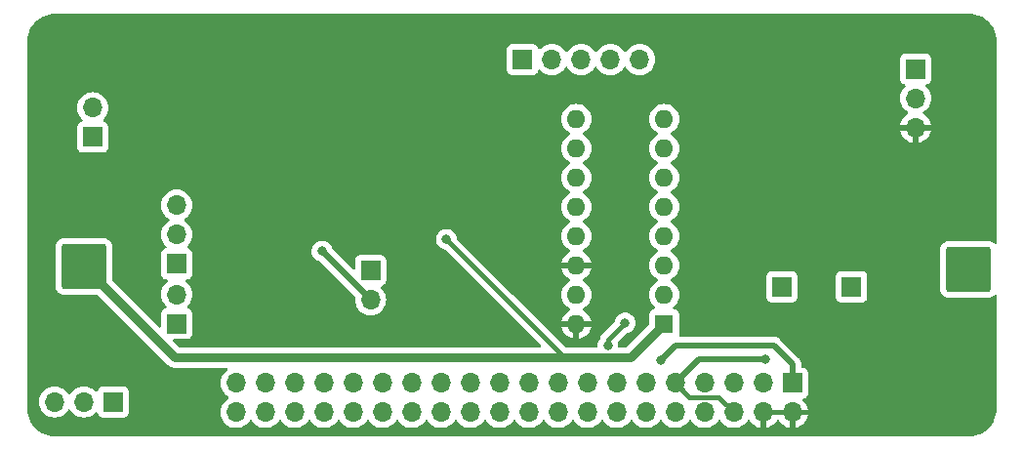
<source format=gbr>
%TF.GenerationSoftware,KiCad,Pcbnew,7.0.10*%
%TF.CreationDate,2024-04-11T21:52:28-07:00*%
%TF.ProjectId,magical toys integration pcbrev4,6d616769-6361-46c2-9074-6f797320696e,rev?*%
%TF.SameCoordinates,Original*%
%TF.FileFunction,Copper,L2,Bot*%
%TF.FilePolarity,Positive*%
%FSLAX46Y46*%
G04 Gerber Fmt 4.6, Leading zero omitted, Abs format (unit mm)*
G04 Created by KiCad (PCBNEW 7.0.10) date 2024-04-11 21:52:28*
%MOMM*%
%LPD*%
G01*
G04 APERTURE LIST*
G04 Aperture macros list*
%AMRoundRect*
0 Rectangle with rounded corners*
0 $1 Rounding radius*
0 $2 $3 $4 $5 $6 $7 $8 $9 X,Y pos of 4 corners*
0 Add a 4 corners polygon primitive as box body*
4,1,4,$2,$3,$4,$5,$6,$7,$8,$9,$2,$3,0*
0 Add four circle primitives for the rounded corners*
1,1,$1+$1,$2,$3*
1,1,$1+$1,$4,$5*
1,1,$1+$1,$6,$7*
1,1,$1+$1,$8,$9*
0 Add four rect primitives between the rounded corners*
20,1,$1+$1,$2,$3,$4,$5,0*
20,1,$1+$1,$4,$5,$6,$7,0*
20,1,$1+$1,$6,$7,$8,$9,0*
20,1,$1+$1,$8,$9,$2,$3,0*%
G04 Aperture macros list end*
%TA.AperFunction,ComponentPad*%
%ADD10R,1.700000X1.700000*%
%TD*%
%TA.AperFunction,ComponentPad*%
%ADD11O,1.700000X1.700000*%
%TD*%
%TA.AperFunction,ComponentPad*%
%ADD12RoundRect,0.250002X-1.699998X-1.699998X1.699998X-1.699998X1.699998X1.699998X-1.699998X1.699998X0*%
%TD*%
%TA.AperFunction,ComponentPad*%
%ADD13R,1.600000X1.600000*%
%TD*%
%TA.AperFunction,ComponentPad*%
%ADD14O,1.600000X1.600000*%
%TD*%
%TA.AperFunction,ViaPad*%
%ADD15C,0.800000*%
%TD*%
%TA.AperFunction,Conductor*%
%ADD16C,0.508000*%
%TD*%
%TA.AperFunction,Conductor*%
%ADD17C,0.381000*%
%TD*%
%TA.AperFunction,Conductor*%
%ADD18C,0.762000*%
%TD*%
G04 APERTURE END LIST*
D10*
%TO.P,J1,1,Pin_1*%
%TO.N,+3.3V*%
X177525000Y-111475000D03*
D11*
%TO.P,J1,2,Pin_2*%
%TO.N,+5V*%
X177525000Y-114015000D03*
%TO.P,J1,3,Pin_3*%
%TO.N,/ADC-SDA*%
X174985000Y-111475000D03*
%TO.P,J1,4,Pin_4*%
%TO.N,+5V*%
X174985000Y-114015000D03*
%TO.P,J1,5,Pin_5*%
%TO.N,/ADC-SCL*%
X172445000Y-111475000D03*
%TO.P,J1,6,Pin_6*%
%TO.N,GND*%
X172445000Y-114015000D03*
%TO.P,J1,7,Pin_7*%
%TO.N,unconnected-(J1-Pin_7-Pad7)*%
X169905000Y-111475000D03*
%TO.P,J1,8,Pin_8*%
%TO.N,unconnected-(J1-Pin_8-Pad8)*%
X169905000Y-114015000D03*
%TO.P,J1,9,Pin_9*%
%TO.N,GND*%
X167365000Y-111475000D03*
%TO.P,J1,10,Pin_10*%
%TO.N,unconnected-(J1-Pin_10-Pad10)*%
X167365000Y-114015000D03*
%TO.P,J1,11,Pin_11*%
%TO.N,unconnected-(J1-Pin_11-Pad11)*%
X164825000Y-111475000D03*
%TO.P,J1,12,Pin_12*%
%TO.N,unconnected-(J1-Pin_12-Pad12)*%
X164825000Y-114015000D03*
%TO.P,J1,13,Pin_13*%
%TO.N,unconnected-(J1-Pin_13-Pad13)*%
X162285000Y-111475000D03*
%TO.P,J1,14,Pin_14*%
%TO.N,unconnected-(J1-Pin_14-Pad14)*%
X162285000Y-114015000D03*
%TO.P,J1,15,Pin_15*%
%TO.N,unconnected-(J1-Pin_15-Pad15)*%
X159745000Y-111475000D03*
%TO.P,J1,16,Pin_16*%
%TO.N,unconnected-(J1-Pin_16-Pad16)*%
X159745000Y-114015000D03*
%TO.P,J1,17,Pin_17*%
%TO.N,unconnected-(J1-Pin_17-Pad17)*%
X157205000Y-111475000D03*
%TO.P,J1,18,Pin_18*%
%TO.N,unconnected-(J1-Pin_18-Pad18)*%
X157205000Y-114015000D03*
%TO.P,J1,19,Pin_19*%
%TO.N,unconnected-(J1-Pin_19-Pad19)*%
X154665000Y-111475000D03*
%TO.P,J1,20,Pin_20*%
%TO.N,unconnected-(J1-Pin_20-Pad20)*%
X154665000Y-114015000D03*
%TO.P,J1,21,Pin_21*%
%TO.N,unconnected-(J1-Pin_21-Pad21)*%
X152125000Y-111475000D03*
%TO.P,J1,22,Pin_22*%
%TO.N,unconnected-(J1-Pin_22-Pad22)*%
X152125000Y-114015000D03*
%TO.P,J1,23,Pin_23*%
%TO.N,unconnected-(J1-Pin_23-Pad23)*%
X149585000Y-111475000D03*
%TO.P,J1,24,Pin_24*%
%TO.N,unconnected-(J1-Pin_24-Pad24)*%
X149585000Y-114015000D03*
%TO.P,J1,25,Pin_25*%
%TO.N,unconnected-(J1-Pin_25-Pad25)*%
X147045000Y-111475000D03*
%TO.P,J1,26,Pin_26*%
%TO.N,unconnected-(J1-Pin_26-Pad26)*%
X147045000Y-114015000D03*
%TO.P,J1,27,Pin_27*%
%TO.N,unconnected-(J1-Pin_27-Pad27)*%
X144505000Y-111475000D03*
%TO.P,J1,28,Pin_28*%
%TO.N,unconnected-(J1-Pin_28-Pad28)*%
X144505000Y-114015000D03*
%TO.P,J1,29,Pin_29*%
%TO.N,unconnected-(J1-Pin_29-Pad29)*%
X141965000Y-111475000D03*
%TO.P,J1,30,Pin_30*%
%TO.N,unconnected-(J1-Pin_30-Pad30)*%
X141965000Y-114015000D03*
%TO.P,J1,31,Pin_31*%
%TO.N,unconnected-(J1-Pin_31-Pad31)*%
X139425000Y-111475000D03*
%TO.P,J1,32,Pin_32*%
%TO.N,unconnected-(J1-Pin_32-Pad32)*%
X139425000Y-114015000D03*
%TO.P,J1,33,Pin_33*%
%TO.N,unconnected-(J1-Pin_33-Pad33)*%
X136885000Y-111475000D03*
%TO.P,J1,34,Pin_34*%
%TO.N,unconnected-(J1-Pin_34-Pad34)*%
X136885000Y-114015000D03*
%TO.P,J1,35,Pin_35*%
%TO.N,unconnected-(J1-Pin_35-Pad35)*%
X134345000Y-111475000D03*
%TO.P,J1,36,Pin_36*%
%TO.N,unconnected-(J1-Pin_36-Pad36)*%
X134345000Y-114015000D03*
%TO.P,J1,37,Pin_37*%
%TO.N,unconnected-(J1-Pin_37-Pad37)*%
X131805000Y-111475000D03*
%TO.P,J1,38,Pin_38*%
%TO.N,unconnected-(J1-Pin_38-Pad38)*%
X131805000Y-114015000D03*
%TO.P,J1,39,Pin_39*%
%TO.N,GND*%
X129265000Y-111475000D03*
%TO.P,J1,40,Pin_40*%
%TO.N,unconnected-(J1-Pin_40-Pad40)*%
X129265000Y-114015000D03*
%TD*%
D10*
%TO.P,J5V_OUT1,1,Pin_1*%
%TO.N,Net-(J5V_OUT1-Pin_1)*%
X188200000Y-84225000D03*
D11*
%TO.P,J5V_OUT1,2,Pin_2*%
%TO.N,unconnected-(J5V_OUT1-Pin_2-Pad2)*%
X188200000Y-86765000D03*
%TO.P,J5V_OUT1,3,Pin_3*%
%TO.N,+5V*%
X188200000Y-89305000D03*
%TD*%
D10*
%TO.P,J3.5AudioBreakout2,1,Pin_1*%
%TO.N,/AudioR*%
X118600000Y-113100000D03*
D11*
%TO.P,J3.5AudioBreakout2,2,Pin_2*%
%TO.N,/AudioG*%
X116060000Y-113100000D03*
%TO.P,J3.5AudioBreakout2,3,Pin_3*%
%TO.N,/AudioL*%
X113520000Y-113100000D03*
%TD*%
D10*
%TO.P,J3.5AudioInput1,1,Pin_1*%
%TO.N,/AudioR*%
X124125000Y-101125000D03*
D11*
%TO.P,J3.5AudioInput1,2,Pin_2*%
%TO.N,/AudioG*%
X124125000Y-98585000D03*
%TO.P,J3.5AudioInput1,3,Pin_3*%
%TO.N,/AudioL*%
X124125000Y-96045000D03*
%TD*%
D10*
%TO.P,JSPK_VIN1,1,Pin_1*%
%TO.N,+3.3V*%
X124124997Y-106311999D03*
D11*
%TO.P,JSPK_VIN1,2,Pin_2*%
%TO.N,GND*%
X124124997Y-103771999D03*
%TD*%
D10*
%TO.P,JSPK_BREAKOUT2,1,Pin_1*%
%TO.N,/SPK+_V1*%
X116850000Y-90137998D03*
D11*
%TO.P,JSPK_BREAKOUT2,2,Pin_2*%
%TO.N,/SPK-_V2*%
X116850000Y-87597998D03*
%TD*%
D10*
%TO.P,JOFF_BATT-1,1,Pin_1*%
%TO.N,/VBAT-*%
X176600000Y-103115000D03*
%TD*%
D12*
%TO.P,J2,1,Pin_1*%
%TO.N,/VBAT-*%
X192800000Y-101600000D03*
%TD*%
D10*
%TO.P,JSPK_OUT_R1,1,Pin_1*%
%TO.N,/SPK+_V1*%
X140925000Y-101685000D03*
D11*
%TO.P,JSPK_OUT_R1,2,Pin_2*%
%TO.N,/SPK-_V2*%
X140925000Y-104225000D03*
%TD*%
D10*
%TO.P,JOFF_BATT+1,1,Pin_1*%
%TO.N,/VBAT+*%
X182650000Y-103115000D03*
%TD*%
D13*
%TO.P,U1,1,AIN0*%
%TO.N,/VBAT+*%
X166400000Y-106340000D03*
D14*
%TO.P,U1,2,AIN1*%
%TO.N,unconnected-(U1-AIN1-Pad2)*%
X166400000Y-103800000D03*
%TO.P,U1,3,AIN2*%
%TO.N,unconnected-(U1-AIN2-Pad3)*%
X166400000Y-101260000D03*
%TO.P,U1,4,AIN3*%
%TO.N,unconnected-(U1-AIN3-Pad4)*%
X166400000Y-98720000D03*
%TO.P,U1,5,A0*%
%TO.N,GND*%
X166400000Y-96180000D03*
%TO.P,U1,6,A1*%
X166400000Y-93640000D03*
%TO.P,U1,7,A2*%
X166400000Y-91100000D03*
%TO.P,U1,8,VSS*%
X166400000Y-88560000D03*
%TO.P,U1,9,SDA*%
%TO.N,/ADC-SDA*%
X158780000Y-88560000D03*
%TO.P,U1,10,SCL*%
%TO.N,/ADC-SCL*%
X158780000Y-91100000D03*
%TO.P,U1,11,OSC*%
%TO.N,unconnected-(U1-OSC-Pad11)*%
X158780000Y-93640000D03*
%TO.P,U1,12,EXT*%
%TO.N,GND*%
X158780000Y-96180000D03*
%TO.P,U1,13,AGND*%
X158780000Y-98720000D03*
%TO.P,U1,14,VREF*%
%TO.N,+5V*%
X158780000Y-101260000D03*
%TO.P,U1,15,AOUT*%
%TO.N,unconnected-(U1-AOUT-Pad15)*%
X158780000Y-103800000D03*
%TO.P,U1,16,VDD*%
%TO.N,+5V*%
X158780000Y-106340000D03*
%TD*%
D10*
%TO.P,JSWT-DROPIN1,1,Pin_1*%
%TO.N,unconnected-(JSWT-DROPIN1-Pin_1-Pad1)*%
X154110000Y-83400000D03*
D11*
%TO.P,JSWT-DROPIN1,2,Pin_2*%
%TO.N,GND*%
X156650000Y-83400000D03*
%TO.P,JSWT-DROPIN1,3,Pin_3*%
%TO.N,Net-(J5V_OUT1-Pin_1)*%
X159190000Y-83400000D03*
%TO.P,JSWT-DROPIN1,4,Pin_4*%
%TO.N,unconnected-(JSWT-DROPIN1-Pin_4-Pad4)*%
X161730000Y-83400000D03*
%TO.P,JSWT-DROPIN1,5,Pin_5*%
%TO.N,unconnected-(JSWT-DROPIN1-Pin_5-Pad5)*%
X164270000Y-83400000D03*
%TD*%
D12*
%TO.P,J3,1,Pin_1*%
%TO.N,/VBAT+*%
X116050000Y-101350000D03*
%TD*%
D15*
%TO.N,+3.3V*%
X166100000Y-109500000D03*
%TO.N,/ADC-SDA*%
X163000000Y-106250000D03*
X161500000Y-108250000D03*
%TO.N,GND*%
X175200000Y-109400000D03*
%TO.N,/VBAT+*%
X147500000Y-99000000D03*
%TO.N,/SPK-_V2*%
X136725000Y-100025000D03*
%TD*%
D16*
%TO.N,+3.3V*%
X166100000Y-109500000D02*
X167400000Y-108200000D01*
X167400000Y-108200000D02*
X175900000Y-108200000D01*
X177525000Y-109825000D02*
X177525000Y-111475000D01*
X175900000Y-108200000D02*
X177525000Y-109825000D01*
D17*
%TO.N,/ADC-SDA*%
X161500000Y-107750000D02*
X163000000Y-106250000D01*
X161500000Y-108250000D02*
X161500000Y-107750000D01*
D16*
%TO.N,GND*%
X169440000Y-109400000D02*
X175200000Y-109400000D01*
D17*
X167365000Y-111475000D02*
X168605500Y-112715500D01*
X168605500Y-112715500D02*
X171145500Y-112715500D01*
D16*
X167365000Y-111475000D02*
X169440000Y-109400000D01*
D17*
X171145500Y-112715500D02*
X172445000Y-114015000D01*
D18*
%TO.N,/VBAT+*%
X123950000Y-109250000D02*
X116050000Y-101350000D01*
X166400000Y-106340000D02*
X163490000Y-109250000D01*
D17*
X147500000Y-99000000D02*
X157750000Y-109250000D01*
D18*
X163490000Y-109250000D02*
X123950000Y-109250000D01*
D16*
%TO.N,/SPK-_V2*%
X136725000Y-100025000D02*
X140925000Y-104225000D01*
%TD*%
%TA.AperFunction,Conductor*%
%TO.N,+5V*%
G36*
X177065507Y-113805156D02*
G01*
X177025000Y-113943111D01*
X177025000Y-114086889D01*
X177065507Y-114224844D01*
X177091314Y-114265000D01*
X175418686Y-114265000D01*
X175444493Y-114224844D01*
X175485000Y-114086889D01*
X175485000Y-113943111D01*
X175444493Y-113805156D01*
X175418686Y-113765000D01*
X177091314Y-113765000D01*
X177065507Y-113805156D01*
G37*
%TD.AperFunction*%
%TA.AperFunction,Conductor*%
G36*
X192803736Y-79408726D02*
G01*
X193086805Y-79425848D01*
X193101668Y-79427653D01*
X193376917Y-79478095D01*
X193391454Y-79481678D01*
X193658605Y-79564926D01*
X193672597Y-79570231D01*
X193927789Y-79685084D01*
X193941035Y-79692036D01*
X194180512Y-79836805D01*
X194192828Y-79845306D01*
X194192835Y-79845311D01*
X194413112Y-80017887D01*
X194424320Y-80027817D01*
X194622182Y-80225679D01*
X194632112Y-80236887D01*
X194804689Y-80457165D01*
X194813195Y-80469488D01*
X194957960Y-80708958D01*
X194964919Y-80722217D01*
X195079766Y-80977398D01*
X195085075Y-80991399D01*
X195168320Y-81258544D01*
X195171904Y-81273082D01*
X195222346Y-81548331D01*
X195224151Y-81563196D01*
X195241274Y-81846263D01*
X195241500Y-81853750D01*
X195241500Y-99280772D01*
X195221815Y-99347811D01*
X195169011Y-99393566D01*
X195099853Y-99403510D01*
X195036297Y-99374485D01*
X195029819Y-99368453D01*
X194968656Y-99307290D01*
X194968655Y-99307289D01*
X194819333Y-99215186D01*
X194652796Y-99160001D01*
X194652794Y-99160000D01*
X194550008Y-99149500D01*
X191050000Y-99149500D01*
X191049983Y-99149501D01*
X190947204Y-99160000D01*
X190947201Y-99160001D01*
X190780669Y-99215185D01*
X190780664Y-99215187D01*
X190631343Y-99307290D01*
X190507290Y-99431343D01*
X190415187Y-99580664D01*
X190415185Y-99580669D01*
X190406599Y-99606580D01*
X190360001Y-99747204D01*
X190360001Y-99747205D01*
X190360000Y-99747205D01*
X190349500Y-99849985D01*
X190349500Y-103349999D01*
X190349501Y-103350016D01*
X190360000Y-103452795D01*
X190360001Y-103452798D01*
X190415185Y-103619330D01*
X190415187Y-103619335D01*
X190429606Y-103642711D01*
X190507289Y-103768655D01*
X190631345Y-103892711D01*
X190780667Y-103984814D01*
X190947204Y-104039999D01*
X191049993Y-104050500D01*
X194550006Y-104050499D01*
X194652796Y-104039999D01*
X194819333Y-103984814D01*
X194968655Y-103892711D01*
X195029819Y-103831547D01*
X195091142Y-103798062D01*
X195160834Y-103803046D01*
X195216767Y-103844918D01*
X195241184Y-103910382D01*
X195241500Y-103919228D01*
X195241500Y-113646249D01*
X195241274Y-113653736D01*
X195224151Y-113936803D01*
X195222346Y-113951668D01*
X195171904Y-114226917D01*
X195168320Y-114241455D01*
X195085075Y-114508600D01*
X195079766Y-114522601D01*
X194964919Y-114777782D01*
X194957960Y-114791041D01*
X194813195Y-115030511D01*
X194804689Y-115042834D01*
X194632112Y-115263112D01*
X194622182Y-115274320D01*
X194424320Y-115472182D01*
X194413112Y-115482112D01*
X194192834Y-115654689D01*
X194180511Y-115663195D01*
X193941041Y-115807960D01*
X193927782Y-115814919D01*
X193672601Y-115929766D01*
X193658600Y-115935075D01*
X193391455Y-116018320D01*
X193376917Y-116021904D01*
X193101668Y-116072346D01*
X193086803Y-116074151D01*
X192803736Y-116091274D01*
X192796249Y-116091500D01*
X113603750Y-116091500D01*
X113596263Y-116091274D01*
X113313195Y-116074151D01*
X113298330Y-116072346D01*
X113023082Y-116021904D01*
X113008544Y-116018320D01*
X112741399Y-115935075D01*
X112727398Y-115929766D01*
X112472217Y-115814919D01*
X112458958Y-115807960D01*
X112219488Y-115663195D01*
X112207165Y-115654689D01*
X111986887Y-115482112D01*
X111975679Y-115472182D01*
X111777817Y-115274320D01*
X111767887Y-115263112D01*
X111595306Y-115042828D01*
X111586808Y-115030517D01*
X111442036Y-114791034D01*
X111435081Y-114777782D01*
X111320231Y-114522596D01*
X111314924Y-114508600D01*
X111312144Y-114499680D01*
X111231678Y-114241454D01*
X111228095Y-114226917D01*
X111183410Y-113983084D01*
X111177652Y-113951666D01*
X111175848Y-113936803D01*
X111158726Y-113653736D01*
X111158500Y-113646249D01*
X111158500Y-113100000D01*
X112164341Y-113100000D01*
X112184936Y-113335403D01*
X112184938Y-113335413D01*
X112246094Y-113563655D01*
X112246096Y-113563659D01*
X112246097Y-113563663D01*
X112326004Y-113735023D01*
X112345965Y-113777830D01*
X112345967Y-113777834D01*
X112423807Y-113889000D01*
X112481505Y-113971401D01*
X112648599Y-114138495D01*
X112745384Y-114206265D01*
X112842165Y-114274032D01*
X112842167Y-114274033D01*
X112842170Y-114274035D01*
X113056337Y-114373903D01*
X113284592Y-114435063D01*
X113461034Y-114450500D01*
X113519999Y-114455659D01*
X113520000Y-114455659D01*
X113520001Y-114455659D01*
X113578966Y-114450500D01*
X113755408Y-114435063D01*
X113983663Y-114373903D01*
X114197830Y-114274035D01*
X114391401Y-114138495D01*
X114558495Y-113971401D01*
X114688425Y-113785842D01*
X114743002Y-113742217D01*
X114812500Y-113735023D01*
X114874855Y-113766546D01*
X114891575Y-113785842D01*
X115021500Y-113971395D01*
X115021505Y-113971401D01*
X115188599Y-114138495D01*
X115285384Y-114206265D01*
X115382165Y-114274032D01*
X115382167Y-114274033D01*
X115382170Y-114274035D01*
X115596337Y-114373903D01*
X115824592Y-114435063D01*
X116001034Y-114450500D01*
X116059999Y-114455659D01*
X116060000Y-114455659D01*
X116060001Y-114455659D01*
X116118966Y-114450500D01*
X116295408Y-114435063D01*
X116523663Y-114373903D01*
X116737830Y-114274035D01*
X116931401Y-114138495D01*
X117053329Y-114016566D01*
X117114648Y-113983084D01*
X117184340Y-113988068D01*
X117240274Y-114029939D01*
X117257189Y-114060917D01*
X117306202Y-114192328D01*
X117306206Y-114192335D01*
X117392452Y-114307544D01*
X117392455Y-114307547D01*
X117507664Y-114393793D01*
X117507671Y-114393797D01*
X117642517Y-114444091D01*
X117642516Y-114444091D01*
X117649444Y-114444835D01*
X117702127Y-114450500D01*
X119497872Y-114450499D01*
X119557483Y-114444091D01*
X119692331Y-114393796D01*
X119807546Y-114307546D01*
X119893796Y-114192331D01*
X119944091Y-114057483D01*
X119950500Y-113997873D01*
X119950499Y-112202128D01*
X119944091Y-112142517D01*
X119942810Y-112139083D01*
X119893797Y-112007671D01*
X119893793Y-112007664D01*
X119807547Y-111892455D01*
X119807544Y-111892452D01*
X119692335Y-111806206D01*
X119692328Y-111806202D01*
X119557482Y-111755908D01*
X119557483Y-111755908D01*
X119497883Y-111749501D01*
X119497881Y-111749500D01*
X119497873Y-111749500D01*
X119497864Y-111749500D01*
X117702129Y-111749500D01*
X117702123Y-111749501D01*
X117642516Y-111755908D01*
X117507671Y-111806202D01*
X117507664Y-111806206D01*
X117392455Y-111892452D01*
X117392452Y-111892455D01*
X117306206Y-112007664D01*
X117306203Y-112007669D01*
X117257189Y-112139083D01*
X117215317Y-112195016D01*
X117149853Y-112219433D01*
X117081580Y-112204581D01*
X117053326Y-112183430D01*
X116931402Y-112061506D01*
X116931395Y-112061501D01*
X116737834Y-111925967D01*
X116737830Y-111925965D01*
X116737828Y-111925964D01*
X116523663Y-111826097D01*
X116523659Y-111826096D01*
X116523655Y-111826094D01*
X116295413Y-111764938D01*
X116295403Y-111764936D01*
X116060001Y-111744341D01*
X116059999Y-111744341D01*
X115824596Y-111764936D01*
X115824586Y-111764938D01*
X115596344Y-111826094D01*
X115596335Y-111826098D01*
X115382171Y-111925964D01*
X115382169Y-111925965D01*
X115188597Y-112061505D01*
X115021505Y-112228597D01*
X114891575Y-112414158D01*
X114836998Y-112457783D01*
X114767500Y-112464977D01*
X114705145Y-112433454D01*
X114688425Y-112414158D01*
X114558494Y-112228597D01*
X114391402Y-112061506D01*
X114391395Y-112061501D01*
X114197834Y-111925967D01*
X114197830Y-111925965D01*
X114197828Y-111925964D01*
X113983663Y-111826097D01*
X113983659Y-111826096D01*
X113983655Y-111826094D01*
X113755413Y-111764938D01*
X113755403Y-111764936D01*
X113520001Y-111744341D01*
X113519999Y-111744341D01*
X113284596Y-111764936D01*
X113284586Y-111764938D01*
X113056344Y-111826094D01*
X113056335Y-111826098D01*
X112842171Y-111925964D01*
X112842169Y-111925965D01*
X112648597Y-112061505D01*
X112481505Y-112228597D01*
X112345965Y-112422169D01*
X112345964Y-112422171D01*
X112246098Y-112636335D01*
X112246094Y-112636344D01*
X112184938Y-112864586D01*
X112184936Y-112864596D01*
X112164341Y-113099999D01*
X112164341Y-113100000D01*
X111158500Y-113100000D01*
X111158500Y-103099999D01*
X113599500Y-103099999D01*
X113599501Y-103100016D01*
X113610000Y-103202795D01*
X113610001Y-103202798D01*
X113644976Y-103308343D01*
X113665186Y-103369333D01*
X113757289Y-103518655D01*
X113881345Y-103642711D01*
X114030667Y-103734814D01*
X114197204Y-103789999D01*
X114299993Y-103800500D01*
X117202508Y-103800499D01*
X117269547Y-103820184D01*
X117290189Y-103836818D01*
X123297778Y-109844407D01*
X123304606Y-109851813D01*
X123340218Y-109893739D01*
X123405751Y-109943556D01*
X123408320Y-109945564D01*
X123472453Y-109997115D01*
X123472682Y-109997228D01*
X123492635Y-110009603D01*
X123492859Y-110009774D01*
X123492860Y-110009774D01*
X123492861Y-110009775D01*
X123567537Y-110044323D01*
X123570543Y-110045763D01*
X123644226Y-110082307D01*
X123644481Y-110082370D01*
X123666633Y-110090169D01*
X123666876Y-110090282D01*
X123666879Y-110090282D01*
X123666880Y-110090283D01*
X123747188Y-110107960D01*
X123750433Y-110108719D01*
X123830296Y-110128581D01*
X123830565Y-110128588D01*
X123853871Y-110131443D01*
X123854130Y-110131500D01*
X123854131Y-110131500D01*
X123936357Y-110131500D01*
X123939715Y-110131545D01*
X124021964Y-110133773D01*
X124022238Y-110133720D01*
X124045597Y-110131500D01*
X128435914Y-110131500D01*
X128502953Y-110151185D01*
X128548708Y-110203989D01*
X128558652Y-110273147D01*
X128529627Y-110336703D01*
X128507037Y-110357075D01*
X128393596Y-110436506D01*
X128226505Y-110603597D01*
X128090965Y-110797169D01*
X128090964Y-110797171D01*
X127991098Y-111011335D01*
X127991094Y-111011344D01*
X127929938Y-111239586D01*
X127929936Y-111239596D01*
X127909341Y-111474999D01*
X127909341Y-111475000D01*
X127929936Y-111710403D01*
X127929938Y-111710413D01*
X127991094Y-111938655D01*
X127991096Y-111938659D01*
X127991097Y-111938663D01*
X128086156Y-112142517D01*
X128090965Y-112152830D01*
X128090967Y-112152834D01*
X128144019Y-112228599D01*
X128226501Y-112346396D01*
X128226506Y-112346402D01*
X128393597Y-112513493D01*
X128393603Y-112513498D01*
X128579158Y-112643425D01*
X128622783Y-112698002D01*
X128629977Y-112767500D01*
X128598454Y-112829855D01*
X128579158Y-112846575D01*
X128393597Y-112976505D01*
X128226505Y-113143597D01*
X128090965Y-113337169D01*
X128090964Y-113337171D01*
X127991098Y-113551335D01*
X127991094Y-113551344D01*
X127929938Y-113779586D01*
X127929936Y-113779596D01*
X127909341Y-114014999D01*
X127909341Y-114015000D01*
X127929936Y-114250403D01*
X127929938Y-114250413D01*
X127991094Y-114478655D01*
X127991096Y-114478659D01*
X127991097Y-114478663D01*
X128071004Y-114650023D01*
X128090965Y-114692830D01*
X128090967Y-114692834D01*
X128159732Y-114791040D01*
X128226505Y-114886401D01*
X128393599Y-115053495D01*
X128490384Y-115121265D01*
X128587165Y-115189032D01*
X128587167Y-115189033D01*
X128587170Y-115189035D01*
X128801337Y-115288903D01*
X129029592Y-115350063D01*
X129217918Y-115366539D01*
X129264999Y-115370659D01*
X129265000Y-115370659D01*
X129265001Y-115370659D01*
X129304234Y-115367226D01*
X129500408Y-115350063D01*
X129728663Y-115288903D01*
X129942830Y-115189035D01*
X130136401Y-115053495D01*
X130303495Y-114886401D01*
X130433425Y-114700842D01*
X130488002Y-114657217D01*
X130557500Y-114650023D01*
X130619855Y-114681546D01*
X130636575Y-114700842D01*
X130766500Y-114886395D01*
X130766505Y-114886401D01*
X130933599Y-115053495D01*
X131030384Y-115121265D01*
X131127165Y-115189032D01*
X131127167Y-115189033D01*
X131127170Y-115189035D01*
X131341337Y-115288903D01*
X131569592Y-115350063D01*
X131757918Y-115366539D01*
X131804999Y-115370659D01*
X131805000Y-115370659D01*
X131805001Y-115370659D01*
X131844234Y-115367226D01*
X132040408Y-115350063D01*
X132268663Y-115288903D01*
X132482830Y-115189035D01*
X132676401Y-115053495D01*
X132843495Y-114886401D01*
X132973425Y-114700842D01*
X133028002Y-114657217D01*
X133097500Y-114650023D01*
X133159855Y-114681546D01*
X133176575Y-114700842D01*
X133306500Y-114886395D01*
X133306505Y-114886401D01*
X133473599Y-115053495D01*
X133570384Y-115121265D01*
X133667165Y-115189032D01*
X133667167Y-115189033D01*
X133667170Y-115189035D01*
X133881337Y-115288903D01*
X134109592Y-115350063D01*
X134297918Y-115366539D01*
X134344999Y-115370659D01*
X134345000Y-115370659D01*
X134345001Y-115370659D01*
X134384234Y-115367226D01*
X134580408Y-115350063D01*
X134808663Y-115288903D01*
X135022830Y-115189035D01*
X135216401Y-115053495D01*
X135383495Y-114886401D01*
X135513425Y-114700842D01*
X135568002Y-114657217D01*
X135637500Y-114650023D01*
X135699855Y-114681546D01*
X135716575Y-114700842D01*
X135846500Y-114886395D01*
X135846505Y-114886401D01*
X136013599Y-115053495D01*
X136110384Y-115121265D01*
X136207165Y-115189032D01*
X136207167Y-115189033D01*
X136207170Y-115189035D01*
X136421337Y-115288903D01*
X136649592Y-115350063D01*
X136837918Y-115366539D01*
X136884999Y-115370659D01*
X136885000Y-115370659D01*
X136885001Y-115370659D01*
X136924234Y-115367226D01*
X137120408Y-115350063D01*
X137348663Y-115288903D01*
X137562830Y-115189035D01*
X137756401Y-115053495D01*
X137923495Y-114886401D01*
X138053425Y-114700842D01*
X138108002Y-114657217D01*
X138177500Y-114650023D01*
X138239855Y-114681546D01*
X138256575Y-114700842D01*
X138386500Y-114886395D01*
X138386505Y-114886401D01*
X138553599Y-115053495D01*
X138650384Y-115121265D01*
X138747165Y-115189032D01*
X138747167Y-115189033D01*
X138747170Y-115189035D01*
X138961337Y-115288903D01*
X139189592Y-115350063D01*
X139377918Y-115366539D01*
X139424999Y-115370659D01*
X139425000Y-115370659D01*
X139425001Y-115370659D01*
X139464234Y-115367226D01*
X139660408Y-115350063D01*
X139888663Y-115288903D01*
X140102830Y-115189035D01*
X140296401Y-115053495D01*
X140463495Y-114886401D01*
X140593425Y-114700842D01*
X140648002Y-114657217D01*
X140717500Y-114650023D01*
X140779855Y-114681546D01*
X140796575Y-114700842D01*
X140926500Y-114886395D01*
X140926505Y-114886401D01*
X141093599Y-115053495D01*
X141190384Y-115121265D01*
X141287165Y-115189032D01*
X141287167Y-115189033D01*
X141287170Y-115189035D01*
X141501337Y-115288903D01*
X141729592Y-115350063D01*
X141917918Y-115366539D01*
X141964999Y-115370659D01*
X141965000Y-115370659D01*
X141965001Y-115370659D01*
X142004234Y-115367226D01*
X142200408Y-115350063D01*
X142428663Y-115288903D01*
X142642830Y-115189035D01*
X142836401Y-115053495D01*
X143003495Y-114886401D01*
X143133425Y-114700842D01*
X143188002Y-114657217D01*
X143257500Y-114650023D01*
X143319855Y-114681546D01*
X143336575Y-114700842D01*
X143466500Y-114886395D01*
X143466505Y-114886401D01*
X143633599Y-115053495D01*
X143730384Y-115121265D01*
X143827165Y-115189032D01*
X143827167Y-115189033D01*
X143827170Y-115189035D01*
X144041337Y-115288903D01*
X144269592Y-115350063D01*
X144457918Y-115366539D01*
X144504999Y-115370659D01*
X144505000Y-115370659D01*
X144505001Y-115370659D01*
X144544234Y-115367226D01*
X144740408Y-115350063D01*
X144968663Y-115288903D01*
X145182830Y-115189035D01*
X145376401Y-115053495D01*
X145543495Y-114886401D01*
X145673425Y-114700842D01*
X145728002Y-114657217D01*
X145797500Y-114650023D01*
X145859855Y-114681546D01*
X145876575Y-114700842D01*
X146006500Y-114886395D01*
X146006505Y-114886401D01*
X146173599Y-115053495D01*
X146270384Y-115121265D01*
X146367165Y-115189032D01*
X146367167Y-115189033D01*
X146367170Y-115189035D01*
X146581337Y-115288903D01*
X146809592Y-115350063D01*
X146997918Y-115366539D01*
X147044999Y-115370659D01*
X147045000Y-115370659D01*
X147045001Y-115370659D01*
X147084234Y-115367226D01*
X147280408Y-115350063D01*
X147508663Y-115288903D01*
X147722830Y-115189035D01*
X147916401Y-115053495D01*
X148083495Y-114886401D01*
X148213425Y-114700842D01*
X148268002Y-114657217D01*
X148337500Y-114650023D01*
X148399855Y-114681546D01*
X148416575Y-114700842D01*
X148546500Y-114886395D01*
X148546505Y-114886401D01*
X148713599Y-115053495D01*
X148810384Y-115121265D01*
X148907165Y-115189032D01*
X148907167Y-115189033D01*
X148907170Y-115189035D01*
X149121337Y-115288903D01*
X149349592Y-115350063D01*
X149537918Y-115366539D01*
X149584999Y-115370659D01*
X149585000Y-115370659D01*
X149585001Y-115370659D01*
X149624234Y-115367226D01*
X149820408Y-115350063D01*
X150048663Y-115288903D01*
X150262830Y-115189035D01*
X150456401Y-115053495D01*
X150623495Y-114886401D01*
X150753425Y-114700842D01*
X150808002Y-114657217D01*
X150877500Y-114650023D01*
X150939855Y-114681546D01*
X150956575Y-114700842D01*
X151086500Y-114886395D01*
X151086505Y-114886401D01*
X151253599Y-115053495D01*
X151350384Y-115121265D01*
X151447165Y-115189032D01*
X151447167Y-115189033D01*
X151447170Y-115189035D01*
X151661337Y-115288903D01*
X151889592Y-115350063D01*
X152077918Y-115366539D01*
X152124999Y-115370659D01*
X152125000Y-115370659D01*
X152125001Y-115370659D01*
X152164234Y-115367226D01*
X152360408Y-115350063D01*
X152588663Y-115288903D01*
X152802830Y-115189035D01*
X152996401Y-115053495D01*
X153163495Y-114886401D01*
X153293425Y-114700842D01*
X153348002Y-114657217D01*
X153417500Y-114650023D01*
X153479855Y-114681546D01*
X153496575Y-114700842D01*
X153626500Y-114886395D01*
X153626505Y-114886401D01*
X153793599Y-115053495D01*
X153890384Y-115121265D01*
X153987165Y-115189032D01*
X153987167Y-115189033D01*
X153987170Y-115189035D01*
X154201337Y-115288903D01*
X154429592Y-115350063D01*
X154617918Y-115366539D01*
X154664999Y-115370659D01*
X154665000Y-115370659D01*
X154665001Y-115370659D01*
X154704234Y-115367226D01*
X154900408Y-115350063D01*
X155128663Y-115288903D01*
X155342830Y-115189035D01*
X155536401Y-115053495D01*
X155703495Y-114886401D01*
X155833425Y-114700842D01*
X155888002Y-114657217D01*
X155957500Y-114650023D01*
X156019855Y-114681546D01*
X156036575Y-114700842D01*
X156166500Y-114886395D01*
X156166505Y-114886401D01*
X156333599Y-115053495D01*
X156430384Y-115121265D01*
X156527165Y-115189032D01*
X156527167Y-115189033D01*
X156527170Y-115189035D01*
X156741337Y-115288903D01*
X156969592Y-115350063D01*
X157157918Y-115366539D01*
X157204999Y-115370659D01*
X157205000Y-115370659D01*
X157205001Y-115370659D01*
X157244234Y-115367226D01*
X157440408Y-115350063D01*
X157668663Y-115288903D01*
X157882830Y-115189035D01*
X158076401Y-115053495D01*
X158243495Y-114886401D01*
X158373425Y-114700842D01*
X158428002Y-114657217D01*
X158497500Y-114650023D01*
X158559855Y-114681546D01*
X158576575Y-114700842D01*
X158706500Y-114886395D01*
X158706505Y-114886401D01*
X158873599Y-115053495D01*
X158970384Y-115121265D01*
X159067165Y-115189032D01*
X159067167Y-115189033D01*
X159067170Y-115189035D01*
X159281337Y-115288903D01*
X159509592Y-115350063D01*
X159697918Y-115366539D01*
X159744999Y-115370659D01*
X159745000Y-115370659D01*
X159745001Y-115370659D01*
X159784234Y-115367226D01*
X159980408Y-115350063D01*
X160208663Y-115288903D01*
X160422830Y-115189035D01*
X160616401Y-115053495D01*
X160783495Y-114886401D01*
X160913425Y-114700842D01*
X160968002Y-114657217D01*
X161037500Y-114650023D01*
X161099855Y-114681546D01*
X161116575Y-114700842D01*
X161246500Y-114886395D01*
X161246505Y-114886401D01*
X161413599Y-115053495D01*
X161510384Y-115121265D01*
X161607165Y-115189032D01*
X161607167Y-115189033D01*
X161607170Y-115189035D01*
X161821337Y-115288903D01*
X162049592Y-115350063D01*
X162237918Y-115366539D01*
X162284999Y-115370659D01*
X162285000Y-115370659D01*
X162285001Y-115370659D01*
X162324234Y-115367226D01*
X162520408Y-115350063D01*
X162748663Y-115288903D01*
X162962830Y-115189035D01*
X163156401Y-115053495D01*
X163323495Y-114886401D01*
X163453425Y-114700842D01*
X163508002Y-114657217D01*
X163577500Y-114650023D01*
X163639855Y-114681546D01*
X163656575Y-114700842D01*
X163786500Y-114886395D01*
X163786505Y-114886401D01*
X163953599Y-115053495D01*
X164050384Y-115121265D01*
X164147165Y-115189032D01*
X164147167Y-115189033D01*
X164147170Y-115189035D01*
X164361337Y-115288903D01*
X164589592Y-115350063D01*
X164777918Y-115366539D01*
X164824999Y-115370659D01*
X164825000Y-115370659D01*
X164825001Y-115370659D01*
X164864234Y-115367226D01*
X165060408Y-115350063D01*
X165288663Y-115288903D01*
X165502830Y-115189035D01*
X165696401Y-115053495D01*
X165863495Y-114886401D01*
X165993425Y-114700842D01*
X166048002Y-114657217D01*
X166117500Y-114650023D01*
X166179855Y-114681546D01*
X166196575Y-114700842D01*
X166326500Y-114886395D01*
X166326505Y-114886401D01*
X166493599Y-115053495D01*
X166590384Y-115121265D01*
X166687165Y-115189032D01*
X166687167Y-115189033D01*
X166687170Y-115189035D01*
X166901337Y-115288903D01*
X167129592Y-115350063D01*
X167317918Y-115366539D01*
X167364999Y-115370659D01*
X167365000Y-115370659D01*
X167365001Y-115370659D01*
X167404234Y-115367226D01*
X167600408Y-115350063D01*
X167828663Y-115288903D01*
X168042830Y-115189035D01*
X168236401Y-115053495D01*
X168403495Y-114886401D01*
X168533425Y-114700842D01*
X168588002Y-114657217D01*
X168657500Y-114650023D01*
X168719855Y-114681546D01*
X168736575Y-114700842D01*
X168866500Y-114886395D01*
X168866505Y-114886401D01*
X169033599Y-115053495D01*
X169130384Y-115121265D01*
X169227165Y-115189032D01*
X169227167Y-115189033D01*
X169227170Y-115189035D01*
X169441337Y-115288903D01*
X169669592Y-115350063D01*
X169857918Y-115366539D01*
X169904999Y-115370659D01*
X169905000Y-115370659D01*
X169905001Y-115370659D01*
X169944234Y-115367226D01*
X170140408Y-115350063D01*
X170368663Y-115288903D01*
X170582830Y-115189035D01*
X170776401Y-115053495D01*
X170943495Y-114886401D01*
X171073425Y-114700842D01*
X171128002Y-114657217D01*
X171197500Y-114650023D01*
X171259855Y-114681546D01*
X171276575Y-114700842D01*
X171406500Y-114886395D01*
X171406505Y-114886401D01*
X171573599Y-115053495D01*
X171670384Y-115121265D01*
X171767165Y-115189032D01*
X171767167Y-115189033D01*
X171767170Y-115189035D01*
X171981337Y-115288903D01*
X172209592Y-115350063D01*
X172397918Y-115366539D01*
X172444999Y-115370659D01*
X172445000Y-115370659D01*
X172445001Y-115370659D01*
X172484234Y-115367226D01*
X172680408Y-115350063D01*
X172908663Y-115288903D01*
X173122830Y-115189035D01*
X173316401Y-115053495D01*
X173483495Y-114886401D01*
X173613730Y-114700405D01*
X173668307Y-114656781D01*
X173737805Y-114649587D01*
X173800160Y-114681110D01*
X173816879Y-114700405D01*
X173946890Y-114886078D01*
X174113917Y-115053105D01*
X174307421Y-115188600D01*
X174521507Y-115288429D01*
X174521516Y-115288433D01*
X174735000Y-115345634D01*
X174735000Y-114450501D01*
X174842685Y-114499680D01*
X174949237Y-114515000D01*
X175020763Y-114515000D01*
X175127315Y-114499680D01*
X175235000Y-114450501D01*
X175235000Y-115345633D01*
X175448483Y-115288433D01*
X175448492Y-115288429D01*
X175662578Y-115188600D01*
X175856082Y-115053105D01*
X176023105Y-114886082D01*
X176153425Y-114699968D01*
X176208002Y-114656344D01*
X176277501Y-114649151D01*
X176339855Y-114680673D01*
X176356575Y-114699968D01*
X176486894Y-114886082D01*
X176653917Y-115053105D01*
X176847421Y-115188600D01*
X177061507Y-115288429D01*
X177061516Y-115288433D01*
X177275000Y-115345634D01*
X177275000Y-114450501D01*
X177382685Y-114499680D01*
X177489237Y-114515000D01*
X177560763Y-114515000D01*
X177667315Y-114499680D01*
X177775000Y-114450501D01*
X177775000Y-115345633D01*
X177988483Y-115288433D01*
X177988492Y-115288429D01*
X178202578Y-115188600D01*
X178396082Y-115053105D01*
X178563105Y-114886082D01*
X178698600Y-114692578D01*
X178798429Y-114478492D01*
X178798432Y-114478486D01*
X178855636Y-114265000D01*
X177958686Y-114265000D01*
X177984493Y-114224844D01*
X178025000Y-114086889D01*
X178025000Y-113943111D01*
X177984493Y-113805156D01*
X177958686Y-113765000D01*
X178855636Y-113765000D01*
X178855635Y-113764999D01*
X178798432Y-113551513D01*
X178798429Y-113551507D01*
X178698600Y-113337422D01*
X178698599Y-113337420D01*
X178563113Y-113143926D01*
X178563108Y-113143920D01*
X178441053Y-113021865D01*
X178407568Y-112960542D01*
X178412552Y-112890850D01*
X178454424Y-112834917D01*
X178485400Y-112818002D01*
X178617331Y-112768796D01*
X178732546Y-112682546D01*
X178818796Y-112567331D01*
X178869091Y-112432483D01*
X178875500Y-112372873D01*
X178875499Y-110577128D01*
X178869091Y-110517517D01*
X178867810Y-110514083D01*
X178818797Y-110382671D01*
X178818793Y-110382664D01*
X178732547Y-110267455D01*
X178732544Y-110267452D01*
X178617335Y-110181206D01*
X178617328Y-110181202D01*
X178482482Y-110130908D01*
X178482483Y-110130908D01*
X178422883Y-110124501D01*
X178422881Y-110124500D01*
X178422873Y-110124500D01*
X178422865Y-110124500D01*
X178403500Y-110124500D01*
X178336461Y-110104815D01*
X178290706Y-110052011D01*
X178279500Y-110000500D01*
X178279500Y-109888999D01*
X178280809Y-109871029D01*
X178281212Y-109868275D01*
X178284315Y-109847094D01*
X178279972Y-109797452D01*
X178279500Y-109786644D01*
X178279500Y-109781066D01*
X178279500Y-109781059D01*
X178275879Y-109750082D01*
X178275515Y-109746510D01*
X178268943Y-109671388D01*
X178268941Y-109671383D01*
X178267483Y-109664319D01*
X178267537Y-109664307D01*
X178265881Y-109656837D01*
X178265827Y-109656850D01*
X178264160Y-109649822D01*
X178264160Y-109649816D01*
X178238369Y-109578957D01*
X178237186Y-109575552D01*
X178213464Y-109503964D01*
X178213461Y-109503960D01*
X178210412Y-109497419D01*
X178210461Y-109497395D01*
X178207128Y-109490509D01*
X178207079Y-109490534D01*
X178203835Y-109484075D01*
X178162376Y-109421038D01*
X178160469Y-109418046D01*
X178120870Y-109353846D01*
X178120867Y-109353843D01*
X178116392Y-109348183D01*
X178116434Y-109348149D01*
X178111597Y-109342211D01*
X178111556Y-109342246D01*
X178106912Y-109336712D01*
X178052061Y-109284963D01*
X178049473Y-109282449D01*
X176478766Y-107711742D01*
X176466984Y-107698109D01*
X176461868Y-107691237D01*
X176452539Y-107678706D01*
X176452537Y-107678704D01*
X176452538Y-107678704D01*
X176414367Y-107646676D01*
X176406384Y-107639360D01*
X176402444Y-107635419D01*
X176377987Y-107616081D01*
X176375191Y-107613803D01*
X176317427Y-107565333D01*
X176311394Y-107561365D01*
X176311422Y-107561321D01*
X176304961Y-107557204D01*
X176304934Y-107557250D01*
X176298790Y-107553460D01*
X176230442Y-107521589D01*
X176227196Y-107520017D01*
X176159815Y-107486177D01*
X176153031Y-107483708D01*
X176153049Y-107483658D01*
X176145807Y-107481141D01*
X176145791Y-107481191D01*
X176138938Y-107478920D01*
X176065088Y-107463671D01*
X176061567Y-107462891D01*
X175988181Y-107445498D01*
X175981014Y-107444661D01*
X175981020Y-107444607D01*
X175973405Y-107443829D01*
X175973401Y-107443883D01*
X175966210Y-107443253D01*
X175890804Y-107445448D01*
X175887198Y-107445500D01*
X167798829Y-107445500D01*
X167731790Y-107425815D01*
X167686035Y-107373011D01*
X167676091Y-107303853D01*
X167682647Y-107278167D01*
X167694091Y-107247482D01*
X167694468Y-107243972D01*
X167700500Y-107187873D01*
X167700499Y-105492128D01*
X167694091Y-105432517D01*
X167687232Y-105414128D01*
X167643797Y-105297671D01*
X167643793Y-105297664D01*
X167557547Y-105182455D01*
X167557544Y-105182452D01*
X167442335Y-105096206D01*
X167442328Y-105096202D01*
X167307482Y-105045908D01*
X167307483Y-105045908D01*
X167272404Y-105042137D01*
X167207853Y-105015399D01*
X167168005Y-104958006D01*
X167165512Y-104888181D01*
X167201165Y-104828092D01*
X167214539Y-104817272D01*
X167239140Y-104800046D01*
X167400045Y-104639141D01*
X167400047Y-104639139D01*
X167530568Y-104452734D01*
X167626739Y-104246496D01*
X167685635Y-104026692D01*
X167686844Y-104012870D01*
X175249500Y-104012870D01*
X175249501Y-104012876D01*
X175255908Y-104072483D01*
X175306202Y-104207328D01*
X175306206Y-104207335D01*
X175392452Y-104322544D01*
X175392455Y-104322547D01*
X175507664Y-104408793D01*
X175507671Y-104408797D01*
X175642517Y-104459091D01*
X175642516Y-104459091D01*
X175649444Y-104459835D01*
X175702127Y-104465500D01*
X177497872Y-104465499D01*
X177557483Y-104459091D01*
X177692331Y-104408796D01*
X177807546Y-104322546D01*
X177893796Y-104207331D01*
X177944091Y-104072483D01*
X177950500Y-104012873D01*
X177950500Y-104012870D01*
X181299500Y-104012870D01*
X181299501Y-104012876D01*
X181305908Y-104072483D01*
X181356202Y-104207328D01*
X181356206Y-104207335D01*
X181442452Y-104322544D01*
X181442455Y-104322547D01*
X181557664Y-104408793D01*
X181557671Y-104408797D01*
X181692517Y-104459091D01*
X181692516Y-104459091D01*
X181699444Y-104459835D01*
X181752127Y-104465500D01*
X183547872Y-104465499D01*
X183607483Y-104459091D01*
X183742331Y-104408796D01*
X183857546Y-104322546D01*
X183943796Y-104207331D01*
X183994091Y-104072483D01*
X184000500Y-104012873D01*
X184000499Y-102217128D01*
X183994091Y-102157517D01*
X183972318Y-102099141D01*
X183943797Y-102022671D01*
X183943793Y-102022664D01*
X183857547Y-101907455D01*
X183857544Y-101907452D01*
X183742335Y-101821206D01*
X183742328Y-101821202D01*
X183607482Y-101770908D01*
X183607483Y-101770908D01*
X183547883Y-101764501D01*
X183547881Y-101764500D01*
X183547873Y-101764500D01*
X183547864Y-101764500D01*
X181752129Y-101764500D01*
X181752123Y-101764501D01*
X181692516Y-101770908D01*
X181557671Y-101821202D01*
X181557664Y-101821206D01*
X181442455Y-101907452D01*
X181442452Y-101907455D01*
X181356206Y-102022664D01*
X181356202Y-102022671D01*
X181305908Y-102157517D01*
X181299501Y-102217116D01*
X181299501Y-102217123D01*
X181299500Y-102217135D01*
X181299500Y-104012870D01*
X177950500Y-104012870D01*
X177950499Y-102217128D01*
X177944091Y-102157517D01*
X177922318Y-102099141D01*
X177893797Y-102022671D01*
X177893793Y-102022664D01*
X177807547Y-101907455D01*
X177807544Y-101907452D01*
X177692335Y-101821206D01*
X177692328Y-101821202D01*
X177557482Y-101770908D01*
X177557483Y-101770908D01*
X177497883Y-101764501D01*
X177497881Y-101764500D01*
X177497873Y-101764500D01*
X177497864Y-101764500D01*
X175702129Y-101764500D01*
X175702123Y-101764501D01*
X175642516Y-101770908D01*
X175507671Y-101821202D01*
X175507664Y-101821206D01*
X175392455Y-101907452D01*
X175392452Y-101907455D01*
X175306206Y-102022664D01*
X175306202Y-102022671D01*
X175255908Y-102157517D01*
X175249501Y-102217116D01*
X175249501Y-102217123D01*
X175249500Y-102217135D01*
X175249500Y-104012870D01*
X167686844Y-104012870D01*
X167705468Y-103800000D01*
X167705298Y-103798062D01*
X167689662Y-103619335D01*
X167685635Y-103573308D01*
X167626765Y-103353600D01*
X167626741Y-103353511D01*
X167626738Y-103353502D01*
X167530568Y-103147266D01*
X167400047Y-102960861D01*
X167400045Y-102960858D01*
X167239141Y-102799954D01*
X167052734Y-102669432D01*
X167052728Y-102669429D01*
X166994942Y-102642483D01*
X166994724Y-102642381D01*
X166942285Y-102596210D01*
X166923133Y-102529017D01*
X166943348Y-102462135D01*
X166994725Y-102417618D01*
X166995319Y-102417341D01*
X167052734Y-102390568D01*
X167239139Y-102260047D01*
X167400047Y-102099139D01*
X167530568Y-101912734D01*
X167626739Y-101706496D01*
X167685635Y-101486692D01*
X167705468Y-101260000D01*
X167685635Y-101033308D01*
X167626739Y-100813504D01*
X167530568Y-100607266D01*
X167400047Y-100420861D01*
X167400045Y-100420858D01*
X167239141Y-100259954D01*
X167052734Y-100129432D01*
X167052728Y-100129429D01*
X166994725Y-100102382D01*
X166942285Y-100056210D01*
X166923133Y-99989017D01*
X166943348Y-99922135D01*
X166994725Y-99877618D01*
X167052734Y-99850568D01*
X167239139Y-99720047D01*
X167400047Y-99559139D01*
X167530568Y-99372734D01*
X167626739Y-99166496D01*
X167685635Y-98946692D01*
X167705468Y-98720000D01*
X167685635Y-98493308D01*
X167626739Y-98273504D01*
X167530568Y-98067266D01*
X167400047Y-97880861D01*
X167400045Y-97880858D01*
X167239141Y-97719954D01*
X167052734Y-97589432D01*
X167052728Y-97589429D01*
X166994725Y-97562382D01*
X166942285Y-97516210D01*
X166923133Y-97449017D01*
X166943348Y-97382135D01*
X166994725Y-97337618D01*
X167052734Y-97310568D01*
X167239139Y-97180047D01*
X167400047Y-97019139D01*
X167530568Y-96832734D01*
X167626739Y-96626496D01*
X167685635Y-96406692D01*
X167705468Y-96180000D01*
X167685635Y-95953308D01*
X167626739Y-95733504D01*
X167530568Y-95527266D01*
X167400047Y-95340861D01*
X167400045Y-95340858D01*
X167239141Y-95179954D01*
X167052734Y-95049432D01*
X167052728Y-95049429D01*
X166994725Y-95022382D01*
X166942285Y-94976210D01*
X166923133Y-94909017D01*
X166943348Y-94842135D01*
X166994725Y-94797618D01*
X167052734Y-94770568D01*
X167239139Y-94640047D01*
X167400047Y-94479139D01*
X167530568Y-94292734D01*
X167626739Y-94086496D01*
X167685635Y-93866692D01*
X167705468Y-93640000D01*
X167685635Y-93413308D01*
X167626739Y-93193504D01*
X167530568Y-92987266D01*
X167400047Y-92800861D01*
X167400045Y-92800858D01*
X167239141Y-92639954D01*
X167052734Y-92509432D01*
X167052728Y-92509429D01*
X166994725Y-92482382D01*
X166942285Y-92436210D01*
X166923133Y-92369017D01*
X166943348Y-92302135D01*
X166994725Y-92257618D01*
X167052734Y-92230568D01*
X167239139Y-92100047D01*
X167400047Y-91939139D01*
X167530568Y-91752734D01*
X167626739Y-91546496D01*
X167685635Y-91326692D01*
X167705468Y-91100000D01*
X167685635Y-90873308D01*
X167626739Y-90653504D01*
X167530568Y-90447266D01*
X167400047Y-90260861D01*
X167400045Y-90260858D01*
X167239141Y-90099954D01*
X167052734Y-89969432D01*
X167052728Y-89969429D01*
X166994725Y-89942382D01*
X166942285Y-89896210D01*
X166923133Y-89829017D01*
X166943348Y-89762135D01*
X166994725Y-89717618D01*
X167052734Y-89690568D01*
X167239139Y-89560047D01*
X167400047Y-89399139D01*
X167530568Y-89212734D01*
X167626739Y-89006496D01*
X167685635Y-88786692D01*
X167705468Y-88560000D01*
X167685635Y-88333308D01*
X167628656Y-88120659D01*
X167626741Y-88113511D01*
X167626738Y-88113502D01*
X167612189Y-88082302D01*
X167530568Y-87907266D01*
X167400047Y-87720861D01*
X167400045Y-87720858D01*
X167239141Y-87559954D01*
X167052734Y-87429432D01*
X167052732Y-87429431D01*
X166846497Y-87333261D01*
X166846488Y-87333258D01*
X166626697Y-87274366D01*
X166626693Y-87274365D01*
X166626692Y-87274365D01*
X166626691Y-87274364D01*
X166626686Y-87274364D01*
X166400002Y-87254532D01*
X166399998Y-87254532D01*
X166173313Y-87274364D01*
X166173302Y-87274366D01*
X165953511Y-87333258D01*
X165953502Y-87333261D01*
X165747267Y-87429431D01*
X165747265Y-87429432D01*
X165560858Y-87559954D01*
X165399954Y-87720858D01*
X165269432Y-87907265D01*
X165269431Y-87907267D01*
X165173261Y-88113502D01*
X165173258Y-88113511D01*
X165114366Y-88333302D01*
X165114364Y-88333313D01*
X165094532Y-88559998D01*
X165094532Y-88560001D01*
X165114364Y-88786686D01*
X165114366Y-88786697D01*
X165173258Y-89006486D01*
X165173261Y-89006497D01*
X165269431Y-89212732D01*
X165269432Y-89212734D01*
X165399954Y-89399141D01*
X165560858Y-89560045D01*
X165560861Y-89560047D01*
X165747266Y-89690568D01*
X165805275Y-89717618D01*
X165857714Y-89763791D01*
X165876866Y-89830984D01*
X165856650Y-89897865D01*
X165805275Y-89942382D01*
X165747267Y-89969431D01*
X165747265Y-89969432D01*
X165560858Y-90099954D01*
X165399954Y-90260858D01*
X165269432Y-90447265D01*
X165269431Y-90447267D01*
X165173261Y-90653502D01*
X165173258Y-90653511D01*
X165114366Y-90873302D01*
X165114364Y-90873313D01*
X165094532Y-91099998D01*
X165094532Y-91100001D01*
X165114364Y-91326686D01*
X165114366Y-91326697D01*
X165173258Y-91546488D01*
X165173261Y-91546497D01*
X165269431Y-91752732D01*
X165269432Y-91752734D01*
X165399954Y-91939141D01*
X165560858Y-92100045D01*
X165560861Y-92100047D01*
X165747266Y-92230568D01*
X165805275Y-92257618D01*
X165857714Y-92303791D01*
X165876866Y-92370984D01*
X165856650Y-92437865D01*
X165805275Y-92482382D01*
X165747267Y-92509431D01*
X165747265Y-92509432D01*
X165560858Y-92639954D01*
X165399954Y-92800858D01*
X165269432Y-92987265D01*
X165269431Y-92987267D01*
X165173261Y-93193502D01*
X165173258Y-93193511D01*
X165114366Y-93413302D01*
X165114364Y-93413313D01*
X165094532Y-93639998D01*
X165094532Y-93640001D01*
X165114364Y-93866686D01*
X165114366Y-93866697D01*
X165173258Y-94086488D01*
X165173261Y-94086497D01*
X165269431Y-94292732D01*
X165269432Y-94292734D01*
X165399954Y-94479141D01*
X165560858Y-94640045D01*
X165560861Y-94640047D01*
X165747266Y-94770568D01*
X165805275Y-94797618D01*
X165857714Y-94843791D01*
X165876866Y-94910984D01*
X165856650Y-94977865D01*
X165805275Y-95022382D01*
X165747267Y-95049431D01*
X165747265Y-95049432D01*
X165560858Y-95179954D01*
X165399954Y-95340858D01*
X165269432Y-95527265D01*
X165269431Y-95527267D01*
X165173261Y-95733502D01*
X165173258Y-95733511D01*
X165114366Y-95953302D01*
X165114364Y-95953313D01*
X165094532Y-96179998D01*
X165094532Y-96180001D01*
X165114364Y-96406686D01*
X165114366Y-96406697D01*
X165173258Y-96626488D01*
X165173261Y-96626497D01*
X165269431Y-96832732D01*
X165269432Y-96832734D01*
X165399954Y-97019141D01*
X165560858Y-97180045D01*
X165560861Y-97180047D01*
X165747266Y-97310568D01*
X165805275Y-97337618D01*
X165857714Y-97383791D01*
X165876866Y-97450984D01*
X165856650Y-97517865D01*
X165805275Y-97562382D01*
X165747267Y-97589431D01*
X165747265Y-97589432D01*
X165560858Y-97719954D01*
X165399954Y-97880858D01*
X165269432Y-98067265D01*
X165269431Y-98067267D01*
X165173261Y-98273502D01*
X165173258Y-98273511D01*
X165114366Y-98493302D01*
X165114364Y-98493313D01*
X165094532Y-98719998D01*
X165094532Y-98720001D01*
X165114364Y-98946686D01*
X165114366Y-98946697D01*
X165173258Y-99166488D01*
X165173261Y-99166497D01*
X165269431Y-99372732D01*
X165269432Y-99372734D01*
X165399954Y-99559141D01*
X165560858Y-99720045D01*
X165560861Y-99720047D01*
X165747266Y-99850568D01*
X165805275Y-99877618D01*
X165857714Y-99923791D01*
X165876866Y-99990984D01*
X165856650Y-100057865D01*
X165805275Y-100102382D01*
X165747267Y-100129431D01*
X165747265Y-100129432D01*
X165560858Y-100259954D01*
X165399954Y-100420858D01*
X165269432Y-100607265D01*
X165269431Y-100607267D01*
X165173261Y-100813502D01*
X165173258Y-100813511D01*
X165114366Y-101033302D01*
X165114364Y-101033313D01*
X165094532Y-101259998D01*
X165094532Y-101260001D01*
X165114364Y-101486686D01*
X165114366Y-101486697D01*
X165173258Y-101706488D01*
X165173261Y-101706497D01*
X165269431Y-101912732D01*
X165269432Y-101912734D01*
X165399954Y-102099141D01*
X165560858Y-102260045D01*
X165560861Y-102260047D01*
X165747266Y-102390568D01*
X165804681Y-102417341D01*
X165805275Y-102417618D01*
X165857714Y-102463791D01*
X165876866Y-102530984D01*
X165856650Y-102597865D01*
X165805275Y-102642381D01*
X165805058Y-102642483D01*
X165747267Y-102669431D01*
X165747265Y-102669432D01*
X165560858Y-102799954D01*
X165399954Y-102960858D01*
X165269432Y-103147265D01*
X165269431Y-103147267D01*
X165173261Y-103353502D01*
X165173258Y-103353511D01*
X165114366Y-103573302D01*
X165114364Y-103573313D01*
X165094532Y-103799998D01*
X165094532Y-103800001D01*
X165114364Y-104026686D01*
X165114366Y-104026697D01*
X165173258Y-104246488D01*
X165173261Y-104246497D01*
X165269431Y-104452732D01*
X165269432Y-104452734D01*
X165399954Y-104639141D01*
X165560858Y-104800045D01*
X165585462Y-104817273D01*
X165629087Y-104871849D01*
X165636281Y-104941348D01*
X165604758Y-105003703D01*
X165544529Y-105039117D01*
X165527593Y-105042138D01*
X165492516Y-105045908D01*
X165357671Y-105096202D01*
X165357664Y-105096206D01*
X165242455Y-105182452D01*
X165242452Y-105182455D01*
X165156206Y-105297664D01*
X165156202Y-105297671D01*
X165105908Y-105432517D01*
X165102325Y-105465848D01*
X165099501Y-105492123D01*
X165099500Y-105492135D01*
X165099500Y-106342508D01*
X165079815Y-106409547D01*
X165063181Y-106430189D01*
X163161190Y-108332181D01*
X163099867Y-108365666D01*
X163073509Y-108368500D01*
X162529460Y-108368500D01*
X162462421Y-108348815D01*
X162416666Y-108296011D01*
X162408019Y-108256265D01*
X162406139Y-108256463D01*
X162405460Y-108250000D01*
X162385674Y-108061744D01*
X162355153Y-107967814D01*
X162353159Y-107897975D01*
X162385402Y-107841818D01*
X163045913Y-107181308D01*
X163107234Y-107147825D01*
X163107557Y-107147755D01*
X163279803Y-107111144D01*
X163452730Y-107034151D01*
X163605871Y-106922888D01*
X163732533Y-106782216D01*
X163827179Y-106618284D01*
X163885674Y-106438256D01*
X163905460Y-106250000D01*
X163885674Y-106061744D01*
X163827179Y-105881716D01*
X163732533Y-105717784D01*
X163605871Y-105577112D01*
X163582405Y-105560063D01*
X163452734Y-105465851D01*
X163452729Y-105465848D01*
X163279807Y-105388857D01*
X163279802Y-105388855D01*
X163134001Y-105357865D01*
X163094646Y-105349500D01*
X162905354Y-105349500D01*
X162872897Y-105356398D01*
X162720197Y-105388855D01*
X162720192Y-105388857D01*
X162547270Y-105465848D01*
X162547265Y-105465851D01*
X162394129Y-105577111D01*
X162267466Y-105717785D01*
X162172821Y-105881715D01*
X162172818Y-105881722D01*
X162130372Y-106012359D01*
X162114326Y-106061744D01*
X162110100Y-106101955D01*
X162107558Y-106126140D01*
X162080973Y-106190754D01*
X162071918Y-106200858D01*
X161028804Y-107243972D01*
X161023352Y-107249104D01*
X160978986Y-107288410D01*
X160978976Y-107288421D01*
X160945298Y-107337212D01*
X160940861Y-107343243D01*
X160904312Y-107389894D01*
X160904311Y-107389896D01*
X160900271Y-107398873D01*
X160889253Y-107418408D01*
X160883655Y-107426519D01*
X160862632Y-107481949D01*
X160859768Y-107488865D01*
X160835442Y-107542916D01*
X160833666Y-107552606D01*
X160827645Y-107574203D01*
X160824152Y-107583414D01*
X160818852Y-107627060D01*
X160791228Y-107691237D01*
X160787909Y-107695079D01*
X160767468Y-107717782D01*
X160767464Y-107717787D01*
X160672821Y-107881715D01*
X160672818Y-107881722D01*
X160644845Y-107967816D01*
X160614326Y-108061744D01*
X160594540Y-108250000D01*
X160593861Y-108256463D01*
X160591112Y-108256174D01*
X160574855Y-108311539D01*
X160522051Y-108357294D01*
X160470540Y-108368500D01*
X157897084Y-108368500D01*
X157830045Y-108348815D01*
X157809403Y-108332181D01*
X153277223Y-103800001D01*
X157474532Y-103800001D01*
X157494364Y-104026686D01*
X157494366Y-104026697D01*
X157553258Y-104246488D01*
X157553261Y-104246497D01*
X157649431Y-104452732D01*
X157649432Y-104452734D01*
X157779954Y-104639141D01*
X157940858Y-104800045D01*
X157980914Y-104828092D01*
X158127266Y-104930568D01*
X158185865Y-104957893D01*
X158238305Y-105004065D01*
X158257457Y-105071258D01*
X158237242Y-105138139D01*
X158185867Y-105182657D01*
X158127515Y-105209867D01*
X157941179Y-105340342D01*
X157780342Y-105501179D01*
X157649865Y-105687517D01*
X157553734Y-105893673D01*
X157553730Y-105893682D01*
X157501127Y-106089999D01*
X157501128Y-106090000D01*
X158464314Y-106090000D01*
X158452359Y-106101955D01*
X158394835Y-106214852D01*
X158375014Y-106340000D01*
X158394835Y-106465148D01*
X158452359Y-106578045D01*
X158464314Y-106590000D01*
X157501128Y-106590000D01*
X157553730Y-106786317D01*
X157553734Y-106786326D01*
X157649865Y-106992482D01*
X157780342Y-107178820D01*
X157941179Y-107339657D01*
X158127517Y-107470134D01*
X158333673Y-107566265D01*
X158333682Y-107566269D01*
X158529999Y-107618872D01*
X158530000Y-107618871D01*
X158530000Y-106655686D01*
X158541955Y-106667641D01*
X158654852Y-106725165D01*
X158748519Y-106740000D01*
X158811481Y-106740000D01*
X158905148Y-106725165D01*
X159018045Y-106667641D01*
X159030000Y-106655686D01*
X159030000Y-107618872D01*
X159226317Y-107566269D01*
X159226326Y-107566265D01*
X159432482Y-107470134D01*
X159618820Y-107339657D01*
X159779657Y-107178820D01*
X159910134Y-106992482D01*
X160006265Y-106786326D01*
X160006269Y-106786317D01*
X160058872Y-106590000D01*
X159095686Y-106590000D01*
X159107641Y-106578045D01*
X159165165Y-106465148D01*
X159184986Y-106340000D01*
X159165165Y-106214852D01*
X159107641Y-106101955D01*
X159095686Y-106090000D01*
X160058872Y-106090000D01*
X160058872Y-106089999D01*
X160006269Y-105893682D01*
X160006265Y-105893673D01*
X159910134Y-105687517D01*
X159779657Y-105501179D01*
X159618820Y-105340342D01*
X159432482Y-105209865D01*
X159374133Y-105182657D01*
X159321694Y-105136484D01*
X159302542Y-105069291D01*
X159322758Y-105002410D01*
X159374129Y-104957895D01*
X159432734Y-104930568D01*
X159619139Y-104800047D01*
X159780047Y-104639139D01*
X159910568Y-104452734D01*
X160006739Y-104246496D01*
X160065635Y-104026692D01*
X160085468Y-103800000D01*
X160085298Y-103798062D01*
X160069662Y-103619335D01*
X160065635Y-103573308D01*
X160006765Y-103353600D01*
X160006741Y-103353511D01*
X160006738Y-103353502D01*
X159910568Y-103147266D01*
X159780047Y-102960861D01*
X159780045Y-102960858D01*
X159619141Y-102799954D01*
X159432734Y-102669432D01*
X159432732Y-102669431D01*
X159383550Y-102646497D01*
X159374132Y-102642105D01*
X159321694Y-102595934D01*
X159302542Y-102528740D01*
X159322758Y-102461859D01*
X159374134Y-102417341D01*
X159432484Y-102390132D01*
X159618820Y-102259657D01*
X159779657Y-102098820D01*
X159910134Y-101912482D01*
X160006265Y-101706326D01*
X160006269Y-101706317D01*
X160058872Y-101510000D01*
X159095686Y-101510000D01*
X159107641Y-101498045D01*
X159165165Y-101385148D01*
X159184986Y-101260000D01*
X159165165Y-101134852D01*
X159107641Y-101021955D01*
X159095686Y-101010000D01*
X160058872Y-101010000D01*
X160058872Y-101009999D01*
X160006269Y-100813682D01*
X160006265Y-100813673D01*
X159910134Y-100607517D01*
X159779657Y-100421179D01*
X159618820Y-100260342D01*
X159432482Y-100129865D01*
X159374133Y-100102657D01*
X159321694Y-100056484D01*
X159302542Y-99989291D01*
X159322758Y-99922410D01*
X159374129Y-99877895D01*
X159432734Y-99850568D01*
X159619139Y-99720047D01*
X159780047Y-99559139D01*
X159910568Y-99372734D01*
X160006739Y-99166496D01*
X160065635Y-98946692D01*
X160085468Y-98720000D01*
X160065635Y-98493308D01*
X160006739Y-98273504D01*
X159910568Y-98067266D01*
X159780047Y-97880861D01*
X159780045Y-97880858D01*
X159619141Y-97719954D01*
X159432734Y-97589432D01*
X159432728Y-97589429D01*
X159374725Y-97562382D01*
X159322285Y-97516210D01*
X159303133Y-97449017D01*
X159323348Y-97382135D01*
X159374725Y-97337618D01*
X159432734Y-97310568D01*
X159619139Y-97180047D01*
X159780047Y-97019139D01*
X159910568Y-96832734D01*
X160006739Y-96626496D01*
X160065635Y-96406692D01*
X160085468Y-96180000D01*
X160065635Y-95953308D01*
X160006739Y-95733504D01*
X159910568Y-95527266D01*
X159780047Y-95340861D01*
X159780045Y-95340858D01*
X159619141Y-95179954D01*
X159432734Y-95049432D01*
X159432728Y-95049429D01*
X159374725Y-95022382D01*
X159322285Y-94976210D01*
X159303133Y-94909017D01*
X159323348Y-94842135D01*
X159374725Y-94797618D01*
X159432734Y-94770568D01*
X159619139Y-94640047D01*
X159780047Y-94479139D01*
X159910568Y-94292734D01*
X160006739Y-94086496D01*
X160065635Y-93866692D01*
X160085468Y-93640000D01*
X160065635Y-93413308D01*
X160006739Y-93193504D01*
X159910568Y-92987266D01*
X159780047Y-92800861D01*
X159780045Y-92800858D01*
X159619141Y-92639954D01*
X159432734Y-92509432D01*
X159432728Y-92509429D01*
X159374725Y-92482382D01*
X159322285Y-92436210D01*
X159303133Y-92369017D01*
X159323348Y-92302135D01*
X159374725Y-92257618D01*
X159432734Y-92230568D01*
X159619139Y-92100047D01*
X159780047Y-91939139D01*
X159910568Y-91752734D01*
X160006739Y-91546496D01*
X160065635Y-91326692D01*
X160085468Y-91100000D01*
X160065635Y-90873308D01*
X160006739Y-90653504D01*
X159910568Y-90447266D01*
X159780047Y-90260861D01*
X159780045Y-90260858D01*
X159619141Y-90099954D01*
X159432734Y-89969432D01*
X159432728Y-89969429D01*
X159374725Y-89942382D01*
X159322285Y-89896210D01*
X159303133Y-89829017D01*
X159323348Y-89762135D01*
X159374725Y-89717618D01*
X159432734Y-89690568D01*
X159619139Y-89560047D01*
X159780047Y-89399139D01*
X159910568Y-89212734D01*
X160006739Y-89006496D01*
X160065635Y-88786692D01*
X160085468Y-88560000D01*
X160065635Y-88333308D01*
X160008656Y-88120659D01*
X160006741Y-88113511D01*
X160006738Y-88113502D01*
X159992189Y-88082302D01*
X159910568Y-87907266D01*
X159780047Y-87720861D01*
X159780045Y-87720858D01*
X159619141Y-87559954D01*
X159432734Y-87429432D01*
X159432732Y-87429431D01*
X159226497Y-87333261D01*
X159226488Y-87333258D01*
X159006697Y-87274366D01*
X159006693Y-87274365D01*
X159006692Y-87274365D01*
X159006691Y-87274364D01*
X159006686Y-87274364D01*
X158780002Y-87254532D01*
X158779998Y-87254532D01*
X158553313Y-87274364D01*
X158553302Y-87274366D01*
X158333511Y-87333258D01*
X158333502Y-87333261D01*
X158127267Y-87429431D01*
X158127265Y-87429432D01*
X157940858Y-87559954D01*
X157779954Y-87720858D01*
X157649432Y-87907265D01*
X157649431Y-87907267D01*
X157553261Y-88113502D01*
X157553258Y-88113511D01*
X157494366Y-88333302D01*
X157494364Y-88333313D01*
X157474532Y-88559998D01*
X157474532Y-88560001D01*
X157494364Y-88786686D01*
X157494366Y-88786697D01*
X157553258Y-89006486D01*
X157553261Y-89006497D01*
X157649431Y-89212732D01*
X157649432Y-89212734D01*
X157779954Y-89399141D01*
X157940858Y-89560045D01*
X157940861Y-89560047D01*
X158127266Y-89690568D01*
X158185275Y-89717618D01*
X158237714Y-89763791D01*
X158256866Y-89830984D01*
X158236650Y-89897865D01*
X158185275Y-89942382D01*
X158127267Y-89969431D01*
X158127265Y-89969432D01*
X157940858Y-90099954D01*
X157779954Y-90260858D01*
X157649432Y-90447265D01*
X157649431Y-90447267D01*
X157553261Y-90653502D01*
X157553258Y-90653511D01*
X157494366Y-90873302D01*
X157494364Y-90873313D01*
X157474532Y-91099998D01*
X157474532Y-91100001D01*
X157494364Y-91326686D01*
X157494366Y-91326697D01*
X157553258Y-91546488D01*
X157553261Y-91546497D01*
X157649431Y-91752732D01*
X157649432Y-91752734D01*
X157779954Y-91939141D01*
X157940858Y-92100045D01*
X157940861Y-92100047D01*
X158127266Y-92230568D01*
X158185275Y-92257618D01*
X158237714Y-92303791D01*
X158256866Y-92370984D01*
X158236650Y-92437865D01*
X158185275Y-92482382D01*
X158127267Y-92509431D01*
X158127265Y-92509432D01*
X157940858Y-92639954D01*
X157779954Y-92800858D01*
X157649432Y-92987265D01*
X157649431Y-92987267D01*
X157553261Y-93193502D01*
X157553258Y-93193511D01*
X157494366Y-93413302D01*
X157494364Y-93413313D01*
X157474532Y-93639998D01*
X157474532Y-93640001D01*
X157494364Y-93866686D01*
X157494366Y-93866697D01*
X157553258Y-94086488D01*
X157553261Y-94086497D01*
X157649431Y-94292732D01*
X157649432Y-94292734D01*
X157779954Y-94479141D01*
X157940858Y-94640045D01*
X157940861Y-94640047D01*
X158127266Y-94770568D01*
X158185275Y-94797618D01*
X158237714Y-94843791D01*
X158256866Y-94910984D01*
X158236650Y-94977865D01*
X158185275Y-95022382D01*
X158127267Y-95049431D01*
X158127265Y-95049432D01*
X157940858Y-95179954D01*
X157779954Y-95340858D01*
X157649432Y-95527265D01*
X157649431Y-95527267D01*
X157553261Y-95733502D01*
X157553258Y-95733511D01*
X157494366Y-95953302D01*
X157494364Y-95953313D01*
X157474532Y-96179998D01*
X157474532Y-96180001D01*
X157494364Y-96406686D01*
X157494366Y-96406697D01*
X157553258Y-96626488D01*
X157553261Y-96626497D01*
X157649431Y-96832732D01*
X157649432Y-96832734D01*
X157779954Y-97019141D01*
X157940858Y-97180045D01*
X157940861Y-97180047D01*
X158127266Y-97310568D01*
X158185275Y-97337618D01*
X158237714Y-97383791D01*
X158256866Y-97450984D01*
X158236650Y-97517865D01*
X158185275Y-97562382D01*
X158127267Y-97589431D01*
X158127265Y-97589432D01*
X157940858Y-97719954D01*
X157779954Y-97880858D01*
X157649432Y-98067265D01*
X157649431Y-98067267D01*
X157553261Y-98273502D01*
X157553258Y-98273511D01*
X157494366Y-98493302D01*
X157494364Y-98493313D01*
X157474532Y-98719998D01*
X157474532Y-98720001D01*
X157494364Y-98946686D01*
X157494366Y-98946697D01*
X157553258Y-99166488D01*
X157553261Y-99166497D01*
X157649431Y-99372732D01*
X157649432Y-99372734D01*
X157779954Y-99559141D01*
X157940858Y-99720045D01*
X157940861Y-99720047D01*
X158127266Y-99850568D01*
X158185865Y-99877893D01*
X158238305Y-99924065D01*
X158257457Y-99991258D01*
X158237242Y-100058139D01*
X158185867Y-100102657D01*
X158127515Y-100129867D01*
X157941179Y-100260342D01*
X157780342Y-100421179D01*
X157649865Y-100607517D01*
X157553734Y-100813673D01*
X157553730Y-100813682D01*
X157501127Y-101009999D01*
X157501128Y-101010000D01*
X158464314Y-101010000D01*
X158452359Y-101021955D01*
X158394835Y-101134852D01*
X158375014Y-101260000D01*
X158394835Y-101385148D01*
X158452359Y-101498045D01*
X158464314Y-101510000D01*
X157501128Y-101510000D01*
X157553730Y-101706317D01*
X157553734Y-101706326D01*
X157649865Y-101912482D01*
X157780342Y-102098820D01*
X157941179Y-102259657D01*
X158127518Y-102390134D01*
X158127520Y-102390135D01*
X158185865Y-102417342D01*
X158238305Y-102463514D01*
X158257457Y-102530707D01*
X158237242Y-102597589D01*
X158185867Y-102642105D01*
X158127268Y-102669431D01*
X158127264Y-102669433D01*
X157940858Y-102799954D01*
X157779954Y-102960858D01*
X157649432Y-103147265D01*
X157649431Y-103147267D01*
X157553261Y-103353502D01*
X157553258Y-103353511D01*
X157494366Y-103573302D01*
X157494364Y-103573313D01*
X157474532Y-103799998D01*
X157474532Y-103800001D01*
X153277223Y-103800001D01*
X148428081Y-98950859D01*
X148394596Y-98889536D01*
X148392441Y-98876137D01*
X148386585Y-98820413D01*
X148385674Y-98811744D01*
X148327179Y-98631716D01*
X148232533Y-98467784D01*
X148105871Y-98327112D01*
X148105870Y-98327111D01*
X147952734Y-98215851D01*
X147952729Y-98215848D01*
X147779807Y-98138857D01*
X147779802Y-98138855D01*
X147634001Y-98107865D01*
X147594646Y-98099500D01*
X147405354Y-98099500D01*
X147372897Y-98106398D01*
X147220197Y-98138855D01*
X147220192Y-98138857D01*
X147047270Y-98215848D01*
X147047265Y-98215851D01*
X146894129Y-98327111D01*
X146767466Y-98467785D01*
X146672821Y-98631715D01*
X146672818Y-98631722D01*
X146644135Y-98720001D01*
X146614326Y-98811744D01*
X146594540Y-99000000D01*
X146614326Y-99188256D01*
X146614327Y-99188259D01*
X146672818Y-99368277D01*
X146672821Y-99368284D01*
X146767467Y-99532216D01*
X146879567Y-99656715D01*
X146894129Y-99672888D01*
X147047265Y-99784148D01*
X147047270Y-99784151D01*
X147220192Y-99861142D01*
X147220193Y-99861142D01*
X147220197Y-99861144D01*
X147392187Y-99897701D01*
X147453669Y-99930893D01*
X147454088Y-99931310D01*
X155679597Y-108156819D01*
X155713082Y-108218142D01*
X155708098Y-108287834D01*
X155666226Y-108343767D01*
X155600762Y-108368184D01*
X155591916Y-108368500D01*
X124366491Y-108368500D01*
X124299452Y-108348815D01*
X124278810Y-108332181D01*
X123820808Y-107874179D01*
X123787323Y-107812856D01*
X123792307Y-107743164D01*
X123834179Y-107687231D01*
X123899643Y-107662814D01*
X123908489Y-107662498D01*
X125022868Y-107662498D01*
X125022869Y-107662498D01*
X125082480Y-107656090D01*
X125217328Y-107605795D01*
X125332543Y-107519545D01*
X125418793Y-107404330D01*
X125469088Y-107269482D01*
X125475497Y-107209872D01*
X125475496Y-105414127D01*
X125469088Y-105354516D01*
X125467217Y-105349500D01*
X125418794Y-105219670D01*
X125418790Y-105219663D01*
X125332544Y-105104454D01*
X125332541Y-105104451D01*
X125217332Y-105018205D01*
X125217325Y-105018201D01*
X125085914Y-104969188D01*
X125029980Y-104927317D01*
X125005563Y-104861852D01*
X125020415Y-104793579D01*
X125041560Y-104765331D01*
X125163492Y-104643400D01*
X125299032Y-104449829D01*
X125398900Y-104235662D01*
X125460060Y-104007407D01*
X125480656Y-103771999D01*
X125480363Y-103768655D01*
X125476536Y-103724917D01*
X125460060Y-103536591D01*
X125398900Y-103308336D01*
X125299032Y-103094170D01*
X125264411Y-103044725D01*
X125163491Y-102900596D01*
X124996399Y-102733505D01*
X124996398Y-102733504D01*
X124950082Y-102701073D01*
X124906459Y-102646497D01*
X124899266Y-102576998D01*
X124930788Y-102514644D01*
X124991018Y-102479230D01*
X125019565Y-102475701D01*
X125019564Y-102475676D01*
X125019935Y-102475656D01*
X125021207Y-102475499D01*
X125022871Y-102475499D01*
X125022872Y-102475499D01*
X125082483Y-102469091D01*
X125217331Y-102418796D01*
X125332546Y-102332546D01*
X125418796Y-102217331D01*
X125469091Y-102082483D01*
X125475500Y-102022873D01*
X125475499Y-100227128D01*
X125469091Y-100167517D01*
X125455048Y-100129867D01*
X125418797Y-100032671D01*
X125418793Y-100032664D01*
X125413056Y-100025000D01*
X135819540Y-100025000D01*
X135839326Y-100213256D01*
X135839327Y-100213259D01*
X135897818Y-100393277D01*
X135897821Y-100393284D01*
X135992467Y-100557216D01*
X136119129Y-100697888D01*
X136272265Y-100809148D01*
X136272270Y-100809151D01*
X136445191Y-100886142D01*
X136445193Y-100886142D01*
X136445197Y-100886144D01*
X136503148Y-100898461D01*
X136564627Y-100931653D01*
X136565046Y-100932070D01*
X139551675Y-103918699D01*
X139585160Y-103980022D01*
X139587522Y-104017187D01*
X139569341Y-104224997D01*
X139569341Y-104225000D01*
X139589936Y-104460403D01*
X139589938Y-104460413D01*
X139651094Y-104688655D01*
X139651096Y-104688659D01*
X139651097Y-104688663D01*
X139707908Y-104810494D01*
X139750965Y-104902830D01*
X139750967Y-104902834D01*
X139837727Y-105026739D01*
X139886505Y-105096401D01*
X140053599Y-105263495D01*
X140150384Y-105331265D01*
X140247165Y-105399032D01*
X140247167Y-105399033D01*
X140247170Y-105399035D01*
X140461337Y-105498903D01*
X140689592Y-105560063D01*
X140877918Y-105576539D01*
X140924999Y-105580659D01*
X140925000Y-105580659D01*
X140925001Y-105580659D01*
X140965553Y-105577111D01*
X141160408Y-105560063D01*
X141388663Y-105498903D01*
X141602830Y-105399035D01*
X141796401Y-105263495D01*
X141963495Y-105096401D01*
X142099035Y-104902830D01*
X142198903Y-104688663D01*
X142260063Y-104460408D01*
X142280659Y-104225000D01*
X142279113Y-104207335D01*
X142265392Y-104050499D01*
X142260063Y-103989592D01*
X142198903Y-103761337D01*
X142099035Y-103547171D01*
X142032953Y-103452796D01*
X141963496Y-103353600D01*
X141918230Y-103308334D01*
X141841567Y-103231671D01*
X141808084Y-103170351D01*
X141813068Y-103100659D01*
X141854939Y-103044725D01*
X141885915Y-103027810D01*
X142017331Y-102978796D01*
X142132546Y-102892546D01*
X142218796Y-102777331D01*
X142269091Y-102642483D01*
X142275500Y-102582873D01*
X142275499Y-100787128D01*
X142269091Y-100727517D01*
X142224240Y-100607266D01*
X142218797Y-100592671D01*
X142218793Y-100592664D01*
X142132547Y-100477455D01*
X142132544Y-100477452D01*
X142017335Y-100391206D01*
X142017328Y-100391202D01*
X141882482Y-100340908D01*
X141882483Y-100340908D01*
X141822883Y-100334501D01*
X141822881Y-100334500D01*
X141822873Y-100334500D01*
X141822864Y-100334500D01*
X140027129Y-100334500D01*
X140027123Y-100334501D01*
X139967516Y-100340908D01*
X139832671Y-100391202D01*
X139832664Y-100391206D01*
X139717455Y-100477452D01*
X139717452Y-100477455D01*
X139631206Y-100592664D01*
X139631202Y-100592671D01*
X139580908Y-100727517D01*
X139574501Y-100787116D01*
X139574501Y-100787123D01*
X139574500Y-100787135D01*
X139574500Y-101508114D01*
X139554815Y-101575153D01*
X139502011Y-101620908D01*
X139432853Y-101630852D01*
X139369297Y-101601827D01*
X139362819Y-101595795D01*
X137635048Y-99868024D01*
X137604798Y-99818661D01*
X137590449Y-99774500D01*
X137552179Y-99656716D01*
X137457533Y-99492784D01*
X137330871Y-99352112D01*
X137330870Y-99352111D01*
X137177734Y-99240851D01*
X137177729Y-99240848D01*
X137004807Y-99163857D01*
X137004802Y-99163855D01*
X136859001Y-99132865D01*
X136819646Y-99124500D01*
X136630354Y-99124500D01*
X136597897Y-99131398D01*
X136445197Y-99163855D01*
X136445192Y-99163857D01*
X136272270Y-99240848D01*
X136272265Y-99240851D01*
X136119129Y-99352111D01*
X135992466Y-99492785D01*
X135897821Y-99656715D01*
X135897818Y-99656722D01*
X135841126Y-99831203D01*
X135839326Y-99836744D01*
X135819540Y-100025000D01*
X125413056Y-100025000D01*
X125332547Y-99917455D01*
X125332544Y-99917452D01*
X125217335Y-99831206D01*
X125217328Y-99831202D01*
X125085917Y-99782189D01*
X125029983Y-99740318D01*
X125005566Y-99674853D01*
X125020418Y-99606580D01*
X125041563Y-99578332D01*
X125163495Y-99456401D01*
X125299035Y-99262830D01*
X125398903Y-99048663D01*
X125460063Y-98820408D01*
X125480659Y-98585000D01*
X125460063Y-98349592D01*
X125398903Y-98121337D01*
X125299035Y-97907171D01*
X125167945Y-97719953D01*
X125163494Y-97713597D01*
X124996402Y-97546506D01*
X124996396Y-97546501D01*
X124810842Y-97416575D01*
X124767217Y-97361998D01*
X124760023Y-97292500D01*
X124791546Y-97230145D01*
X124810842Y-97213425D01*
X124833026Y-97197891D01*
X124996401Y-97083495D01*
X125163495Y-96916401D01*
X125299035Y-96722830D01*
X125398903Y-96508663D01*
X125460063Y-96280408D01*
X125480659Y-96045000D01*
X125460063Y-95809592D01*
X125398903Y-95581337D01*
X125299035Y-95367171D01*
X125167945Y-95179953D01*
X125163494Y-95173597D01*
X124996402Y-95006506D01*
X124996395Y-95006501D01*
X124802834Y-94870967D01*
X124802830Y-94870965D01*
X124741004Y-94842135D01*
X124588663Y-94771097D01*
X124588659Y-94771096D01*
X124588655Y-94771094D01*
X124360413Y-94709938D01*
X124360403Y-94709936D01*
X124125001Y-94689341D01*
X124124999Y-94689341D01*
X123889596Y-94709936D01*
X123889586Y-94709938D01*
X123661344Y-94771094D01*
X123661335Y-94771098D01*
X123447171Y-94870964D01*
X123447169Y-94870965D01*
X123253597Y-95006505D01*
X123086505Y-95173597D01*
X122950965Y-95367169D01*
X122950964Y-95367171D01*
X122851098Y-95581335D01*
X122851094Y-95581344D01*
X122789938Y-95809586D01*
X122789936Y-95809596D01*
X122769341Y-96044999D01*
X122769341Y-96045000D01*
X122789936Y-96280403D01*
X122789938Y-96280413D01*
X122851094Y-96508655D01*
X122851096Y-96508659D01*
X122851097Y-96508663D01*
X122906040Y-96626488D01*
X122950965Y-96722830D01*
X122950967Y-96722834D01*
X123086501Y-96916395D01*
X123086506Y-96916402D01*
X123253597Y-97083493D01*
X123253603Y-97083498D01*
X123439158Y-97213425D01*
X123482783Y-97268002D01*
X123489977Y-97337500D01*
X123458454Y-97399855D01*
X123439158Y-97416575D01*
X123253597Y-97546505D01*
X123086505Y-97713597D01*
X122950965Y-97907169D01*
X122950964Y-97907171D01*
X122851098Y-98121335D01*
X122851094Y-98121344D01*
X122789938Y-98349586D01*
X122789936Y-98349596D01*
X122769341Y-98584999D01*
X122769341Y-98585000D01*
X122789936Y-98820403D01*
X122789938Y-98820413D01*
X122851094Y-99048655D01*
X122851096Y-99048659D01*
X122851097Y-99048663D01*
X122916192Y-99188259D01*
X122950965Y-99262830D01*
X122950967Y-99262834D01*
X123029147Y-99374485D01*
X123086501Y-99456396D01*
X123086506Y-99456402D01*
X123208430Y-99578326D01*
X123241915Y-99639649D01*
X123236931Y-99709341D01*
X123195059Y-99765274D01*
X123164083Y-99782189D01*
X123032669Y-99831203D01*
X123032664Y-99831206D01*
X122917455Y-99917452D01*
X122917452Y-99917455D01*
X122831206Y-100032664D01*
X122831202Y-100032671D01*
X122780908Y-100167517D01*
X122775991Y-100213256D01*
X122774501Y-100227123D01*
X122774500Y-100227135D01*
X122774500Y-102022870D01*
X122774501Y-102022876D01*
X122780908Y-102082483D01*
X122831202Y-102217328D01*
X122831206Y-102217335D01*
X122917452Y-102332544D01*
X122917455Y-102332547D01*
X123032664Y-102418793D01*
X123032671Y-102418797D01*
X123077618Y-102435561D01*
X123167517Y-102469091D01*
X123227127Y-102475500D01*
X123228764Y-102475499D01*
X123229128Y-102475606D01*
X123230453Y-102475678D01*
X123230436Y-102475990D01*
X123295805Y-102495170D01*
X123341570Y-102547965D01*
X123351527Y-102617121D01*
X123322515Y-102680683D01*
X123299911Y-102701073D01*
X123253592Y-102733506D01*
X123086502Y-102900596D01*
X122950962Y-103094168D01*
X122950961Y-103094170D01*
X122851095Y-103308334D01*
X122851091Y-103308343D01*
X122789935Y-103536585D01*
X122789933Y-103536595D01*
X122769338Y-103771998D01*
X122769338Y-103771999D01*
X122789933Y-104007402D01*
X122789935Y-104007412D01*
X122851091Y-104235654D01*
X122851093Y-104235658D01*
X122851094Y-104235662D01*
X122950962Y-104449829D01*
X122950964Y-104449833D01*
X123059278Y-104604520D01*
X123086498Y-104643395D01*
X123086503Y-104643401D01*
X123208427Y-104765325D01*
X123241912Y-104826648D01*
X123236928Y-104896340D01*
X123195056Y-104952273D01*
X123164080Y-104969188D01*
X123032666Y-105018202D01*
X123032661Y-105018205D01*
X122917452Y-105104451D01*
X122917449Y-105104454D01*
X122831203Y-105219663D01*
X122831199Y-105219670D01*
X122780905Y-105354516D01*
X122774498Y-105414115D01*
X122774498Y-105414122D01*
X122774497Y-105414134D01*
X122774497Y-106528506D01*
X122754812Y-106595545D01*
X122702008Y-106641300D01*
X122632850Y-106651244D01*
X122569294Y-106622219D01*
X122562816Y-106616187D01*
X118536818Y-102590189D01*
X118503333Y-102528866D01*
X118500499Y-102502508D01*
X118500499Y-99600000D01*
X118500498Y-99599983D01*
X118489999Y-99497204D01*
X118489998Y-99497201D01*
X118488534Y-99492784D01*
X118434814Y-99330667D01*
X118342711Y-99181345D01*
X118218655Y-99057289D01*
X118069333Y-98965186D01*
X117902796Y-98910001D01*
X117902794Y-98910000D01*
X117800008Y-98899500D01*
X114300000Y-98899500D01*
X114299983Y-98899501D01*
X114197204Y-98910000D01*
X114197201Y-98910001D01*
X114030669Y-98965185D01*
X114030664Y-98965187D01*
X113881343Y-99057290D01*
X113757290Y-99181343D01*
X113665187Y-99330664D01*
X113665186Y-99330667D01*
X113610001Y-99497204D01*
X113610001Y-99497205D01*
X113610000Y-99497205D01*
X113599500Y-99599985D01*
X113599500Y-103099999D01*
X111158500Y-103099999D01*
X111158500Y-97719953D01*
X111158500Y-87597998D01*
X115494341Y-87597998D01*
X115514936Y-87833401D01*
X115514938Y-87833411D01*
X115576094Y-88061653D01*
X115576096Y-88061657D01*
X115576097Y-88061661D01*
X115671797Y-88266890D01*
X115675965Y-88275828D01*
X115675967Y-88275832D01*
X115716216Y-88333313D01*
X115811501Y-88469394D01*
X115811506Y-88469400D01*
X115933430Y-88591324D01*
X115966915Y-88652647D01*
X115961931Y-88722339D01*
X115920059Y-88778272D01*
X115889083Y-88795187D01*
X115757669Y-88844201D01*
X115757664Y-88844204D01*
X115642455Y-88930450D01*
X115642452Y-88930453D01*
X115556206Y-89045662D01*
X115556202Y-89045669D01*
X115505908Y-89180515D01*
X115500254Y-89233111D01*
X115499501Y-89240121D01*
X115499500Y-89240133D01*
X115499500Y-91035868D01*
X115499501Y-91035874D01*
X115505908Y-91095481D01*
X115556202Y-91230326D01*
X115556206Y-91230333D01*
X115642452Y-91345542D01*
X115642455Y-91345545D01*
X115757664Y-91431791D01*
X115757671Y-91431795D01*
X115892517Y-91482089D01*
X115892516Y-91482089D01*
X115899444Y-91482833D01*
X115952127Y-91488498D01*
X117747872Y-91488497D01*
X117807483Y-91482089D01*
X117942331Y-91431794D01*
X118057546Y-91345544D01*
X118143796Y-91230329D01*
X118194091Y-91095481D01*
X118200500Y-91035871D01*
X118200499Y-89240126D01*
X118194091Y-89180515D01*
X118143796Y-89045667D01*
X118143795Y-89045666D01*
X118143793Y-89045662D01*
X118057547Y-88930453D01*
X118057544Y-88930450D01*
X117942335Y-88844204D01*
X117942328Y-88844200D01*
X117810917Y-88795187D01*
X117754983Y-88753316D01*
X117730566Y-88687851D01*
X117745418Y-88619578D01*
X117766563Y-88591330D01*
X117888495Y-88469399D01*
X118024035Y-88275828D01*
X118123903Y-88061661D01*
X118185063Y-87833406D01*
X118205659Y-87597998D01*
X118185063Y-87362590D01*
X118123903Y-87134335D01*
X118024035Y-86920169D01*
X117915386Y-86765000D01*
X186844341Y-86765000D01*
X186864936Y-87000403D01*
X186864938Y-87000413D01*
X186926094Y-87228655D01*
X186926096Y-87228659D01*
X186926097Y-87228663D01*
X186988550Y-87362594D01*
X187025965Y-87442830D01*
X187025967Y-87442834D01*
X187161501Y-87636395D01*
X187161506Y-87636402D01*
X187328597Y-87803493D01*
X187328603Y-87803498D01*
X187514594Y-87933730D01*
X187558219Y-87988307D01*
X187565413Y-88057805D01*
X187533890Y-88120160D01*
X187514595Y-88136880D01*
X187328922Y-88266890D01*
X187328920Y-88266891D01*
X187161891Y-88433920D01*
X187161886Y-88433926D01*
X187026400Y-88627420D01*
X187026399Y-88627422D01*
X186926570Y-88841507D01*
X186926567Y-88841513D01*
X186869364Y-89054999D01*
X186869364Y-89055000D01*
X187766314Y-89055000D01*
X187740507Y-89095156D01*
X187700000Y-89233111D01*
X187700000Y-89376889D01*
X187740507Y-89514844D01*
X187766314Y-89555000D01*
X186869364Y-89555000D01*
X186926567Y-89768486D01*
X186926570Y-89768492D01*
X187026399Y-89982578D01*
X187161894Y-90176082D01*
X187328917Y-90343105D01*
X187522421Y-90478600D01*
X187736507Y-90578429D01*
X187736516Y-90578433D01*
X187950000Y-90635634D01*
X187950000Y-89740501D01*
X188057685Y-89789680D01*
X188164237Y-89805000D01*
X188235763Y-89805000D01*
X188342315Y-89789680D01*
X188450000Y-89740501D01*
X188450000Y-90635633D01*
X188663483Y-90578433D01*
X188663492Y-90578429D01*
X188877578Y-90478600D01*
X189071082Y-90343105D01*
X189238105Y-90176082D01*
X189373600Y-89982578D01*
X189473429Y-89768492D01*
X189473432Y-89768486D01*
X189530636Y-89555000D01*
X188633686Y-89555000D01*
X188659493Y-89514844D01*
X188700000Y-89376889D01*
X188700000Y-89233111D01*
X188659493Y-89095156D01*
X188633686Y-89055000D01*
X189530636Y-89055000D01*
X189530635Y-89054999D01*
X189473432Y-88841513D01*
X189473429Y-88841507D01*
X189373600Y-88627422D01*
X189373599Y-88627420D01*
X189238113Y-88433926D01*
X189238108Y-88433920D01*
X189071078Y-88266890D01*
X188885405Y-88136879D01*
X188841780Y-88082302D01*
X188834588Y-88012804D01*
X188866110Y-87950449D01*
X188885406Y-87933730D01*
X188923199Y-87907267D01*
X189071401Y-87803495D01*
X189238495Y-87636401D01*
X189374035Y-87442830D01*
X189473903Y-87228663D01*
X189535063Y-87000408D01*
X189555659Y-86765000D01*
X189535063Y-86529592D01*
X189473903Y-86301337D01*
X189374035Y-86087171D01*
X189238495Y-85893599D01*
X189116567Y-85771671D01*
X189083084Y-85710351D01*
X189088068Y-85640659D01*
X189129939Y-85584725D01*
X189160915Y-85567810D01*
X189292331Y-85518796D01*
X189407546Y-85432546D01*
X189493796Y-85317331D01*
X189544091Y-85182483D01*
X189550500Y-85122873D01*
X189550499Y-83327128D01*
X189544091Y-83267517D01*
X189505702Y-83164592D01*
X189493797Y-83132671D01*
X189493793Y-83132664D01*
X189407547Y-83017455D01*
X189407544Y-83017452D01*
X189292335Y-82931206D01*
X189292328Y-82931202D01*
X189157482Y-82880908D01*
X189157483Y-82880908D01*
X189097883Y-82874501D01*
X189097881Y-82874500D01*
X189097873Y-82874500D01*
X189097864Y-82874500D01*
X187302129Y-82874500D01*
X187302123Y-82874501D01*
X187242516Y-82880908D01*
X187107671Y-82931202D01*
X187107664Y-82931206D01*
X186992455Y-83017452D01*
X186992452Y-83017455D01*
X186906206Y-83132664D01*
X186906202Y-83132671D01*
X186855908Y-83267517D01*
X186849501Y-83327116D01*
X186849501Y-83327123D01*
X186849500Y-83327135D01*
X186849500Y-85122870D01*
X186849501Y-85122876D01*
X186855908Y-85182483D01*
X186906202Y-85317328D01*
X186906206Y-85317335D01*
X186992452Y-85432544D01*
X186992455Y-85432547D01*
X187107664Y-85518793D01*
X187107671Y-85518797D01*
X187239081Y-85567810D01*
X187295015Y-85609681D01*
X187319432Y-85675145D01*
X187304580Y-85743418D01*
X187283430Y-85771673D01*
X187161503Y-85893600D01*
X187025965Y-86087169D01*
X187025964Y-86087171D01*
X186926098Y-86301335D01*
X186926094Y-86301344D01*
X186864938Y-86529586D01*
X186864936Y-86529596D01*
X186844341Y-86764999D01*
X186844341Y-86765000D01*
X117915386Y-86765000D01*
X117915385Y-86764999D01*
X117888494Y-86726595D01*
X117721402Y-86559504D01*
X117721395Y-86559499D01*
X117527834Y-86423965D01*
X117527830Y-86423963D01*
X117527828Y-86423962D01*
X117313663Y-86324095D01*
X117313659Y-86324094D01*
X117313655Y-86324092D01*
X117085413Y-86262936D01*
X117085403Y-86262934D01*
X116850001Y-86242339D01*
X116849999Y-86242339D01*
X116614596Y-86262934D01*
X116614586Y-86262936D01*
X116386344Y-86324092D01*
X116386335Y-86324096D01*
X116172171Y-86423962D01*
X116172169Y-86423963D01*
X115978597Y-86559503D01*
X115811505Y-86726595D01*
X115675965Y-86920167D01*
X115675964Y-86920169D01*
X115576098Y-87134333D01*
X115576094Y-87134342D01*
X115514938Y-87362584D01*
X115514936Y-87362594D01*
X115494341Y-87597997D01*
X115494341Y-87597998D01*
X111158500Y-87597998D01*
X111158500Y-84297870D01*
X152759500Y-84297870D01*
X152759501Y-84297876D01*
X152765908Y-84357483D01*
X152816202Y-84492328D01*
X152816206Y-84492335D01*
X152902452Y-84607544D01*
X152902455Y-84607547D01*
X153017664Y-84693793D01*
X153017671Y-84693797D01*
X153152517Y-84744091D01*
X153152516Y-84744091D01*
X153159444Y-84744835D01*
X153212127Y-84750500D01*
X155007872Y-84750499D01*
X155067483Y-84744091D01*
X155202331Y-84693796D01*
X155317546Y-84607546D01*
X155403796Y-84492331D01*
X155452810Y-84360916D01*
X155494681Y-84304984D01*
X155560145Y-84280566D01*
X155628418Y-84295417D01*
X155656673Y-84316569D01*
X155778599Y-84438495D01*
X155875384Y-84506265D01*
X155972165Y-84574032D01*
X155972167Y-84574033D01*
X155972170Y-84574035D01*
X156186337Y-84673903D01*
X156414592Y-84735063D01*
X156591034Y-84750500D01*
X156649999Y-84755659D01*
X156650000Y-84755659D01*
X156650001Y-84755659D01*
X156708966Y-84750500D01*
X156885408Y-84735063D01*
X157113663Y-84673903D01*
X157327830Y-84574035D01*
X157521401Y-84438495D01*
X157688495Y-84271401D01*
X157818425Y-84085842D01*
X157873002Y-84042217D01*
X157942500Y-84035023D01*
X158004855Y-84066546D01*
X158021575Y-84085842D01*
X158151500Y-84271395D01*
X158151505Y-84271401D01*
X158318599Y-84438495D01*
X158415384Y-84506265D01*
X158512165Y-84574032D01*
X158512167Y-84574033D01*
X158512170Y-84574035D01*
X158726337Y-84673903D01*
X158954592Y-84735063D01*
X159131034Y-84750500D01*
X159189999Y-84755659D01*
X159190000Y-84755659D01*
X159190001Y-84755659D01*
X159248966Y-84750500D01*
X159425408Y-84735063D01*
X159653663Y-84673903D01*
X159867830Y-84574035D01*
X160061401Y-84438495D01*
X160228495Y-84271401D01*
X160358425Y-84085842D01*
X160413002Y-84042217D01*
X160482500Y-84035023D01*
X160544855Y-84066546D01*
X160561575Y-84085842D01*
X160691500Y-84271395D01*
X160691505Y-84271401D01*
X160858599Y-84438495D01*
X160955384Y-84506265D01*
X161052165Y-84574032D01*
X161052167Y-84574033D01*
X161052170Y-84574035D01*
X161266337Y-84673903D01*
X161494592Y-84735063D01*
X161671034Y-84750500D01*
X161729999Y-84755659D01*
X161730000Y-84755659D01*
X161730001Y-84755659D01*
X161788966Y-84750500D01*
X161965408Y-84735063D01*
X162193663Y-84673903D01*
X162407830Y-84574035D01*
X162601401Y-84438495D01*
X162768495Y-84271401D01*
X162898425Y-84085842D01*
X162953002Y-84042217D01*
X163022500Y-84035023D01*
X163084855Y-84066546D01*
X163101575Y-84085842D01*
X163231500Y-84271395D01*
X163231505Y-84271401D01*
X163398599Y-84438495D01*
X163495384Y-84506265D01*
X163592165Y-84574032D01*
X163592167Y-84574033D01*
X163592170Y-84574035D01*
X163806337Y-84673903D01*
X164034592Y-84735063D01*
X164211034Y-84750500D01*
X164269999Y-84755659D01*
X164270000Y-84755659D01*
X164270001Y-84755659D01*
X164328966Y-84750500D01*
X164505408Y-84735063D01*
X164733663Y-84673903D01*
X164947830Y-84574035D01*
X165141401Y-84438495D01*
X165308495Y-84271401D01*
X165444035Y-84077830D01*
X165543903Y-83863663D01*
X165605063Y-83635408D01*
X165625659Y-83400000D01*
X165605063Y-83164592D01*
X165543903Y-82936337D01*
X165444035Y-82722171D01*
X165438425Y-82714158D01*
X165308494Y-82528597D01*
X165141402Y-82361506D01*
X165141395Y-82361501D01*
X164947834Y-82225967D01*
X164947830Y-82225965D01*
X164947828Y-82225964D01*
X164733663Y-82126097D01*
X164733659Y-82126096D01*
X164733655Y-82126094D01*
X164505413Y-82064938D01*
X164505403Y-82064936D01*
X164270001Y-82044341D01*
X164269999Y-82044341D01*
X164034596Y-82064936D01*
X164034586Y-82064938D01*
X163806344Y-82126094D01*
X163806335Y-82126098D01*
X163592171Y-82225964D01*
X163592169Y-82225965D01*
X163398597Y-82361505D01*
X163231505Y-82528597D01*
X163101575Y-82714158D01*
X163046998Y-82757783D01*
X162977500Y-82764977D01*
X162915145Y-82733454D01*
X162898425Y-82714158D01*
X162768494Y-82528597D01*
X162601402Y-82361506D01*
X162601395Y-82361501D01*
X162407834Y-82225967D01*
X162407830Y-82225965D01*
X162407828Y-82225964D01*
X162193663Y-82126097D01*
X162193659Y-82126096D01*
X162193655Y-82126094D01*
X161965413Y-82064938D01*
X161965403Y-82064936D01*
X161730001Y-82044341D01*
X161729999Y-82044341D01*
X161494596Y-82064936D01*
X161494586Y-82064938D01*
X161266344Y-82126094D01*
X161266335Y-82126098D01*
X161052171Y-82225964D01*
X161052169Y-82225965D01*
X160858597Y-82361505D01*
X160691505Y-82528597D01*
X160561575Y-82714158D01*
X160506998Y-82757783D01*
X160437500Y-82764977D01*
X160375145Y-82733454D01*
X160358425Y-82714158D01*
X160228494Y-82528597D01*
X160061402Y-82361506D01*
X160061395Y-82361501D01*
X159867834Y-82225967D01*
X159867830Y-82225965D01*
X159867828Y-82225964D01*
X159653663Y-82126097D01*
X159653659Y-82126096D01*
X159653655Y-82126094D01*
X159425413Y-82064938D01*
X159425403Y-82064936D01*
X159190001Y-82044341D01*
X159189999Y-82044341D01*
X158954596Y-82064936D01*
X158954586Y-82064938D01*
X158726344Y-82126094D01*
X158726335Y-82126098D01*
X158512171Y-82225964D01*
X158512169Y-82225965D01*
X158318597Y-82361505D01*
X158151505Y-82528597D01*
X158021575Y-82714158D01*
X157966998Y-82757783D01*
X157897500Y-82764977D01*
X157835145Y-82733454D01*
X157818425Y-82714158D01*
X157688494Y-82528597D01*
X157521402Y-82361506D01*
X157521395Y-82361501D01*
X157327834Y-82225967D01*
X157327830Y-82225965D01*
X157327828Y-82225964D01*
X157113663Y-82126097D01*
X157113659Y-82126096D01*
X157113655Y-82126094D01*
X156885413Y-82064938D01*
X156885403Y-82064936D01*
X156650001Y-82044341D01*
X156649999Y-82044341D01*
X156414596Y-82064936D01*
X156414586Y-82064938D01*
X156186344Y-82126094D01*
X156186335Y-82126098D01*
X155972171Y-82225964D01*
X155972169Y-82225965D01*
X155778600Y-82361503D01*
X155656673Y-82483430D01*
X155595350Y-82516914D01*
X155525658Y-82511930D01*
X155469725Y-82470058D01*
X155452810Y-82439081D01*
X155403797Y-82307671D01*
X155403793Y-82307664D01*
X155317547Y-82192455D01*
X155317544Y-82192452D01*
X155202335Y-82106206D01*
X155202328Y-82106202D01*
X155067482Y-82055908D01*
X155067483Y-82055908D01*
X155007883Y-82049501D01*
X155007881Y-82049500D01*
X155007873Y-82049500D01*
X155007864Y-82049500D01*
X153212129Y-82049500D01*
X153212123Y-82049501D01*
X153152516Y-82055908D01*
X153017671Y-82106202D01*
X153017664Y-82106206D01*
X152902455Y-82192452D01*
X152902452Y-82192455D01*
X152816206Y-82307664D01*
X152816202Y-82307671D01*
X152765908Y-82442517D01*
X152759501Y-82502116D01*
X152759500Y-82502135D01*
X152759500Y-84297870D01*
X111158500Y-84297870D01*
X111158500Y-81853716D01*
X111158724Y-81846297D01*
X111175849Y-81563192D01*
X111177654Y-81548331D01*
X111228096Y-81273083D01*
X111231680Y-81258545D01*
X111309553Y-81008640D01*
X111314928Y-80991390D01*
X111320230Y-80977409D01*
X111435085Y-80722210D01*
X111442036Y-80708965D01*
X111586814Y-80469474D01*
X111595301Y-80457178D01*
X111767895Y-80236879D01*
X111777810Y-80225688D01*
X111975688Y-80027810D01*
X111986879Y-80017895D01*
X112207178Y-79845301D01*
X112219474Y-79836814D01*
X112458965Y-79692036D01*
X112472210Y-79685085D01*
X112727409Y-79570230D01*
X112741390Y-79564928D01*
X113008545Y-79481679D01*
X113023083Y-79478096D01*
X113298335Y-79427653D01*
X113313192Y-79425849D01*
X113596287Y-79408725D01*
X113603760Y-79408500D01*
X113666945Y-79408500D01*
X192733055Y-79408500D01*
X192796249Y-79408500D01*
X192803736Y-79408726D01*
G37*
%TD.AperFunction*%
%TD*%
M02*

</source>
